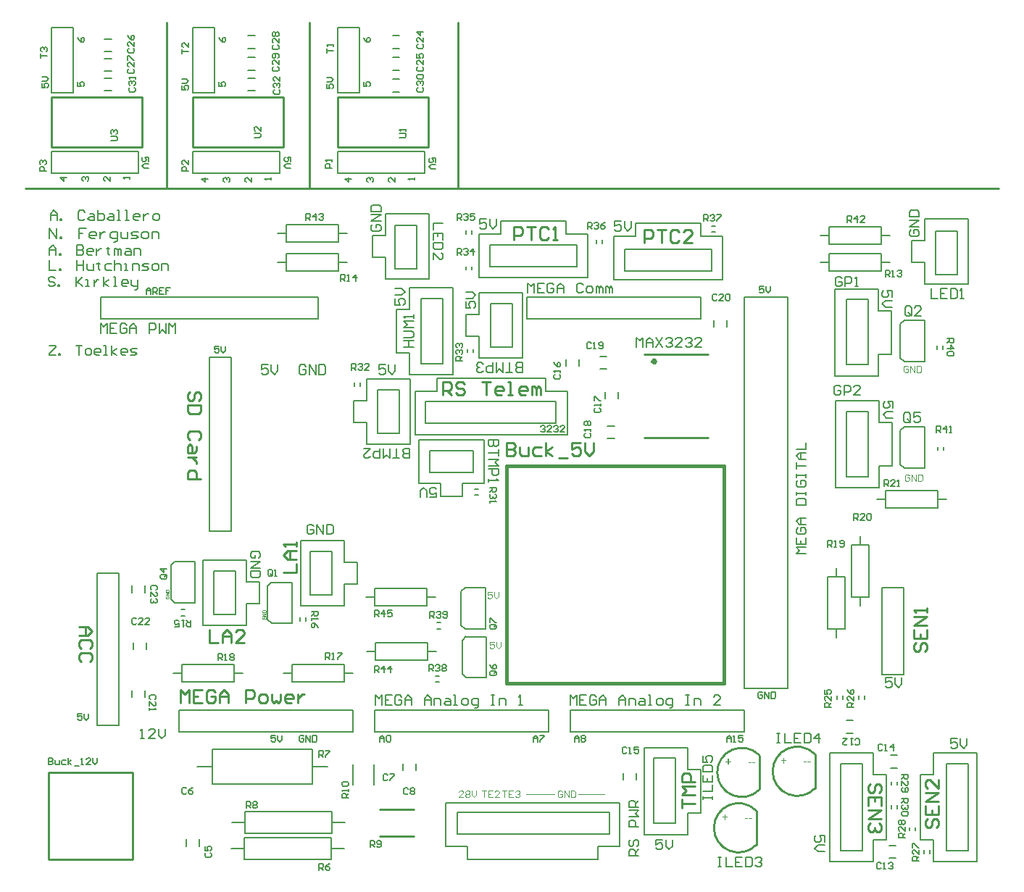
<source format=gto>
G04 Layer_Color=65535*
%FSLAX25Y25*%
%MOIN*%
G70*
G01*
G75*
%ADD23C,0.01000*%
%ADD38C,0.01500*%
%ADD39C,0.00787*%
%ADD40C,0.00500*%
%ADD41C,0.00300*%
%ADD42C,0.00750*%
%ADD43C,0.00400*%
%ADD44C,0.00700*%
G36*
X434220Y129654D02*
X432760D01*
Y130126D01*
X434220D01*
Y129654D01*
D02*
G37*
G36*
X448987Y156615D02*
X450031D01*
Y156176D01*
X448987D01*
Y155122D01*
X448543D01*
Y156176D01*
X447500D01*
Y156615D01*
X448543D01*
Y157658D01*
X448987D01*
Y156615D01*
D02*
G37*
G36*
X421987Y130615D02*
X423031D01*
Y130176D01*
X421987D01*
Y129122D01*
X421543D01*
Y130176D01*
X420500D01*
Y130615D01*
X421543D01*
Y131658D01*
X421987D01*
Y130615D01*
D02*
G37*
G36*
X432433Y129654D02*
X430973D01*
Y130126D01*
X432433D01*
Y129654D01*
D02*
G37*
G36*
X459433Y155654D02*
X457973D01*
Y156126D01*
X459433D01*
Y155654D01*
D02*
G37*
G36*
X433932Y155154D02*
X432473D01*
Y155626D01*
X433932D01*
Y155154D01*
D02*
G37*
G36*
X435720D02*
X434260D01*
Y155626D01*
X435720D01*
Y155154D01*
D02*
G37*
G36*
X461220Y155654D02*
X459760D01*
Y156126D01*
X461220D01*
Y155654D01*
D02*
G37*
G36*
X423487Y156115D02*
X424531D01*
Y155676D01*
X423487D01*
Y154622D01*
X423043D01*
Y155676D01*
X422000D01*
Y156115D01*
X423043D01*
Y157158D01*
X423487D01*
Y156115D01*
D02*
G37*
D23*
X437500Y159000D02*
G03*
X437754Y143262I-8000J-8000D01*
G01*
X463000Y159500D02*
G03*
X463254Y143762I-8000J-8000D01*
G01*
X436000Y133500D02*
G03*
X436254Y117762I-8000J-8000D01*
G01*
X110460Y111000D02*
X149260D01*
Y151000D01*
X110460D02*
X149260D01*
X110460Y111000D02*
Y151000D01*
X384500Y305000D02*
X414000D01*
X384500Y343259D02*
X414000Y343260D01*
X263000Y121500D02*
X278500D01*
X263000Y134000D02*
X278500D01*
X437754Y143262D02*
Y158762D01*
X463254Y143762D02*
Y159262D01*
X436254Y117762D02*
Y133262D01*
X112000Y438500D02*
Y461500D01*
X153500D01*
Y438500D02*
Y461500D01*
X112000Y438500D02*
X153500D01*
X100000Y419500D02*
X547500D01*
X165000D02*
Y496000D01*
X177000Y438500D02*
Y461500D01*
X218500D01*
Y438500D02*
Y461500D01*
X177000Y438500D02*
X218500D01*
X230500Y419500D02*
Y496000D01*
X243717Y438500D02*
Y461500D01*
X285216D01*
Y438500D02*
Y461500D01*
X243717Y438500D02*
X285216D01*
X299000Y419500D02*
Y496000D01*
X124500Y218000D02*
X128499D01*
X130498Y216001D01*
X128499Y214001D01*
X124500D01*
X127499D01*
Y218000D01*
X129498Y208003D02*
X130498Y209003D01*
Y211002D01*
X129498Y212002D01*
X125500D01*
X124500Y211002D01*
Y209003D01*
X125500Y208003D01*
X129498Y202005D02*
X130498Y203005D01*
Y205004D01*
X129498Y206004D01*
X125500D01*
X124500Y205004D01*
Y203005D01*
X125500Y202005D01*
X321443Y302798D02*
Y296800D01*
X324442D01*
X325441Y297800D01*
Y298799D01*
X324442Y299799D01*
X321443D01*
X324442D01*
X325441Y300799D01*
Y301798D01*
X324442Y302798D01*
X321443D01*
X327441Y300799D02*
Y297800D01*
X328440Y296800D01*
X331439D01*
Y300799D01*
X337437D02*
X334438D01*
X333439Y299799D01*
Y297800D01*
X334438Y296800D01*
X337437D01*
X339437D02*
Y302798D01*
Y298799D02*
X342436Y300799D01*
X339437Y298799D02*
X342436Y296800D01*
X345435Y295800D02*
X349433D01*
X355432Y302798D02*
X351433D01*
Y299799D01*
X353432Y300799D01*
X354432D01*
X355432Y299799D01*
Y297800D01*
X354432Y296800D01*
X352432D01*
X351433Y297800D01*
X357431Y302798D02*
Y298799D01*
X359430Y296800D01*
X361430Y298799D01*
Y302798D01*
X218502Y243000D02*
X224500D01*
Y246999D01*
Y248998D02*
X220501D01*
X218502Y250997D01*
X220501Y252997D01*
X224500D01*
X221501D01*
Y248998D01*
X224500Y254996D02*
Y256996D01*
Y255996D01*
X218502D01*
X219502Y254996D01*
X184500Y216498D02*
Y210500D01*
X188499D01*
X190498D02*
Y214499D01*
X192497Y216498D01*
X194497Y214499D01*
Y210500D01*
Y213499D01*
X190498D01*
X200495Y210500D02*
X196496D01*
X200495Y214499D01*
Y215498D01*
X199495Y216498D01*
X197496D01*
X196496Y215498D01*
X384500Y394500D02*
Y400498D01*
X387499D01*
X388499Y399498D01*
Y397499D01*
X387499Y396499D01*
X384500D01*
X390498Y400498D02*
X394497D01*
X392497D01*
Y394500D01*
X400495Y399498D02*
X399495Y400498D01*
X397496D01*
X396496Y399498D01*
Y395500D01*
X397496Y394500D01*
X399495D01*
X400495Y395500D01*
X406493Y394500D02*
X402494D01*
X406493Y398499D01*
Y399498D01*
X405493Y400498D01*
X403494D01*
X402494Y399498D01*
X292000Y324500D02*
Y330498D01*
X294999D01*
X295999Y329498D01*
Y327499D01*
X294999Y326499D01*
X292000D01*
X293999D02*
X295999Y324500D01*
X301997Y329498D02*
X300997Y330498D01*
X298998D01*
X297998Y329498D01*
Y328499D01*
X298998Y327499D01*
X300997D01*
X301997Y326499D01*
Y325500D01*
X300997Y324500D01*
X298998D01*
X297998Y325500D01*
X309994Y330498D02*
X313993D01*
X311994D01*
Y324500D01*
X318991D02*
X316992D01*
X315992Y325500D01*
Y327499D01*
X316992Y328499D01*
X318991D01*
X319991Y327499D01*
Y326499D01*
X315992D01*
X321990Y324500D02*
X323990D01*
X322990D01*
Y330498D01*
X321990D01*
X329988Y324500D02*
X327988D01*
X326989Y325500D01*
Y327499D01*
X327988Y328499D01*
X329988D01*
X330987Y327499D01*
Y326499D01*
X326989D01*
X332987Y324500D02*
Y328499D01*
X333986D01*
X334986Y327499D01*
Y324500D01*
Y327499D01*
X335986Y328499D01*
X336985Y327499D01*
Y324500D01*
X179498Y322001D02*
X180498Y323001D01*
Y325000D01*
X179498Y326000D01*
X178499D01*
X177499Y325000D01*
Y323001D01*
X176499Y322001D01*
X175500D01*
X174500Y323001D01*
Y325000D01*
X175500Y326000D01*
X180498Y320002D02*
X174500D01*
Y317003D01*
X175500Y316003D01*
X179498D01*
X180498Y317003D01*
Y320002D01*
X179498Y304007D02*
X180498Y305007D01*
Y307006D01*
X179498Y308006D01*
X175500D01*
X174500Y307006D01*
Y305007D01*
X175500Y304007D01*
X178499Y301008D02*
Y299009D01*
X177499Y298009D01*
X174500D01*
Y301008D01*
X175500Y302008D01*
X176499Y301008D01*
Y298009D01*
X178499Y296010D02*
X174500D01*
X176499D01*
X177499Y295010D01*
X178499Y294010D01*
Y293011D01*
X180498Y286013D02*
X174500D01*
Y289012D01*
X175500Y290012D01*
X177499D01*
X178499Y289012D01*
Y286013D01*
X509502Y210499D02*
X508502Y209499D01*
Y207500D01*
X509502Y206500D01*
X510501D01*
X511501Y207500D01*
Y209499D01*
X512501Y210499D01*
X513500D01*
X514500Y209499D01*
Y207500D01*
X513500Y206500D01*
X508502Y216497D02*
Y212498D01*
X514500D01*
Y216497D01*
X511501Y212498D02*
Y214497D01*
X514500Y218496D02*
X508502D01*
X514500Y222495D01*
X508502D01*
X514500Y224494D02*
Y226494D01*
Y225494D01*
X508502D01*
X509502Y224494D01*
X515002Y129499D02*
X514002Y128499D01*
Y126500D01*
X515002Y125500D01*
X516001D01*
X517001Y126500D01*
Y128499D01*
X518001Y129499D01*
X519000D01*
X520000Y128499D01*
Y126500D01*
X519000Y125500D01*
X514002Y135497D02*
Y131498D01*
X520000D01*
Y135497D01*
X517001Y131498D02*
Y133497D01*
X520000Y137496D02*
X514002D01*
X520000Y141495D01*
X514002D01*
X520000Y147493D02*
Y143494D01*
X516001Y147493D01*
X515002D01*
X514002Y146493D01*
Y144494D01*
X515002Y143494D01*
X492498Y141501D02*
X493498Y142501D01*
Y144500D01*
X492498Y145500D01*
X491499D01*
X490499Y144500D01*
Y142501D01*
X489499Y141501D01*
X488500D01*
X487500Y142501D01*
Y144500D01*
X488500Y145500D01*
X493498Y135503D02*
Y139502D01*
X487500D01*
Y135503D01*
X490499Y139502D02*
Y137503D01*
X487500Y133504D02*
X493498D01*
X487500Y129505D01*
X493498D01*
X492498Y127506D02*
X493498Y126506D01*
Y124507D01*
X492498Y123507D01*
X491499D01*
X490499Y124507D01*
Y125506D01*
Y124507D01*
X489499Y123507D01*
X488500D01*
X487500Y124507D01*
Y126506D01*
X488500Y127506D01*
X402002Y134500D02*
Y138499D01*
Y136499D01*
X408000D01*
Y140498D02*
X402002D01*
X404001Y142497D01*
X402002Y144497D01*
X408000D01*
Y146496D02*
X402002D01*
Y149495D01*
X403002Y150495D01*
X405001D01*
X406001Y149495D01*
Y146496D01*
X171200Y183100D02*
Y189098D01*
X173199Y187099D01*
X175199Y189098D01*
Y183100D01*
X181197Y189098D02*
X177198D01*
Y183100D01*
X181197D01*
X177198Y186099D02*
X179197D01*
X187195Y188098D02*
X186195Y189098D01*
X184196D01*
X183196Y188098D01*
Y184100D01*
X184196Y183100D01*
X186195D01*
X187195Y184100D01*
Y186099D01*
X185196D01*
X189194Y183100D02*
Y187099D01*
X191193Y189098D01*
X193193Y187099D01*
Y183100D01*
Y186099D01*
X189194D01*
X201190Y183100D02*
Y189098D01*
X204189D01*
X205189Y188098D01*
Y186099D01*
X204189Y185099D01*
X201190D01*
X208188Y183100D02*
X210187D01*
X211187Y184100D01*
Y186099D01*
X210187Y187099D01*
X208188D01*
X207188Y186099D01*
Y184100D01*
X208188Y183100D01*
X213186Y187099D02*
Y184100D01*
X214186Y183100D01*
X215186Y184100D01*
X216185Y183100D01*
X217185Y184100D01*
Y187099D01*
X222183Y183100D02*
X220184D01*
X219184Y184100D01*
Y186099D01*
X220184Y187099D01*
X222183D01*
X223183Y186099D01*
Y185099D01*
X219184D01*
X225183Y187099D02*
Y183100D01*
Y185099D01*
X226182Y186099D01*
X227182Y187099D01*
X228182D01*
X324500Y396000D02*
Y401998D01*
X327499D01*
X328499Y400998D01*
Y398999D01*
X327499Y397999D01*
X324500D01*
X330498Y401998D02*
X334497D01*
X332497D01*
Y396000D01*
X340495Y400998D02*
X339495Y401998D01*
X337496D01*
X336496Y400998D01*
Y397000D01*
X337496Y396000D01*
X339495D01*
X340495Y397000D01*
X342494Y396000D02*
X344494D01*
X343494D01*
Y401998D01*
X342494Y400998D01*
D38*
X389707Y340000D02*
G03*
X389707Y340000I-707J0D01*
G01*
X321158Y292039D02*
X421158D01*
X321158Y192000D02*
Y292039D01*
Y192039D02*
X421158D01*
Y292039D01*
D39*
X368500Y122500D02*
Y132500D01*
X298500Y122500D02*
X368500D01*
X298500D02*
Y132500D01*
X368500D01*
X168000Y196500D02*
X172000D01*
X196000D02*
X200000D01*
X172000Y200500D02*
X196000D01*
X172000Y192500D02*
Y200500D01*
Y192500D02*
X196000D01*
Y200500D01*
X246500Y196500D02*
X250500D01*
X218500D02*
X222500D01*
Y192500D02*
X246500D01*
Y200500D01*
X222500D02*
X246500D01*
X222500Y192500D02*
Y200500D01*
X171713Y223122D02*
X173287D01*
X171713Y225878D02*
X173287D01*
X231000Y232500D02*
Y252500D01*
Y232500D02*
X241000D01*
Y252500D01*
X231000D02*
X241000D01*
X186500Y223500D02*
Y243500D01*
Y223500D02*
X196500D01*
Y243500D01*
X186500D02*
X196500D01*
X228878Y220760D02*
Y222335D01*
X226122Y220760D02*
Y222335D01*
X375047Y147610D02*
Y150760D01*
X380953Y147610D02*
Y150760D01*
X473000Y241000D02*
Y245000D01*
Y213000D02*
Y217000D01*
X477000D02*
Y241000D01*
X469000D02*
X477000D01*
X469000Y217000D02*
Y241000D01*
Y217000D02*
X477000D01*
X222551Y219551D02*
Y238449D01*
X211449Y221244D02*
Y236756D01*
X213181Y219551D02*
X222551D01*
X213181Y238449D02*
X222551D01*
X211449Y236756D02*
X213181Y238488D01*
X211449Y221244D02*
X213181Y219512D01*
X364240Y336547D02*
X367390D01*
X364240Y342453D02*
X367390D01*
X422453Y355925D02*
Y359075D01*
X416547Y355925D02*
Y359075D01*
X430642Y189702D02*
X450642D01*
X430642Y369702D02*
X450642D01*
Y189702D02*
Y369702D01*
X430642Y189702D02*
Y369702D01*
X234642Y359702D02*
Y369702D01*
X134642Y359702D02*
X234642D01*
X134642D02*
Y369702D01*
X142142D01*
X234642D01*
X330642D02*
X410642D01*
X330642Y359702D02*
Y369702D01*
Y359702D02*
X410642D01*
Y369702D01*
X260642Y179702D02*
X340642D01*
X260642Y169702D02*
Y179702D01*
Y169702D02*
X340642D01*
Y179702D01*
X350642D02*
X430642D01*
X350642Y169702D02*
Y179702D01*
Y169702D02*
X430642D01*
Y179702D01*
X194500Y262000D02*
Y342000D01*
X184500D02*
X194500D01*
X184500Y262000D02*
Y342000D01*
Y262000D02*
X194500D01*
X133000Y242500D02*
X143000D01*
Y172500D02*
Y242500D01*
X133000Y172500D02*
X143000D01*
X133000D02*
Y242500D01*
X170642Y179702D02*
X250642D01*
X170642Y169702D02*
Y179702D01*
Y169702D02*
X250642D01*
Y179702D01*
X494000Y236000D02*
X504000D01*
Y196000D02*
Y236000D01*
X494000Y196000D02*
Y236000D01*
Y196000D02*
X504000D01*
X174047Y117110D02*
Y120260D01*
X179953Y117110D02*
Y120260D01*
X240500Y116000D02*
X246500D01*
X194500D02*
X200500D01*
Y111000D02*
Y121000D01*
Y111000D02*
X240500D01*
Y121000D01*
X200500D02*
X240500D01*
X241000Y128000D02*
X247000D01*
X195000D02*
X201000D01*
Y123000D02*
Y133000D01*
Y123000D02*
X241000D01*
Y133000D01*
X201000D02*
X241000D01*
X186000Y145500D02*
X232000D01*
X186000D02*
Y161500D01*
X232000D01*
Y145500D02*
Y161500D01*
Y153500D02*
X239000D01*
X179000D02*
X186000D01*
X260224Y145276D02*
Y154724D01*
X250776Y145276D02*
Y154724D01*
X279453Y151925D02*
Y155075D01*
X273547Y151925D02*
Y155075D01*
X311551Y217051D02*
Y235949D01*
X300449Y218744D02*
Y234256D01*
X302181Y217051D02*
X311551D01*
X302181Y235949D02*
X311551D01*
X300449Y234256D02*
X302181Y235988D01*
X300449Y218744D02*
X302181Y217012D01*
X312051Y194551D02*
Y213449D01*
X300949Y196244D02*
Y211756D01*
X302681Y194551D02*
X312051D01*
X302681Y213449D02*
X312051D01*
X300949Y211756D02*
X302681Y213488D01*
X300949Y196244D02*
X302681Y194512D01*
X284500Y231500D02*
X288500D01*
X256500D02*
X260500D01*
Y227500D02*
X284500D01*
Y235500D01*
X260500D02*
X284500D01*
X260500Y227500D02*
Y235500D01*
X289260Y217122D02*
X290835D01*
X289260Y219878D02*
X290835D01*
X288713Y192622D02*
X290287D01*
X288713Y195378D02*
X290287D01*
X285000Y206500D02*
X289000D01*
X257000D02*
X261000D01*
Y202500D02*
X285000D01*
Y210500D01*
X261000D02*
X285000D01*
X261000Y202500D02*
Y210500D01*
X473122Y184713D02*
Y186287D01*
X475878Y184713D02*
Y186287D01*
X485878Y184713D02*
Y186287D01*
X483122Y184713D02*
Y186287D01*
X477610Y169047D02*
X480760D01*
X477610Y174953D02*
X480760D01*
X475000Y155000D02*
X485000D01*
Y115000D02*
Y155000D01*
X475000Y115000D02*
Y155000D01*
Y115000D02*
X485000D01*
X523500D02*
X533500D01*
X523500D02*
Y155000D01*
X533500Y115000D02*
Y155000D01*
X523500D02*
X533500D01*
X415500Y381500D02*
Y391500D01*
X375500Y381500D02*
X415500D01*
X375500Y391500D02*
X415500D01*
X375500Y381500D02*
Y391500D01*
X362622Y394260D02*
Y395835D01*
X365378Y394260D02*
Y395835D01*
X415665Y399622D02*
X417240D01*
X415665Y402378D02*
X417240D01*
X305378Y398760D02*
Y400335D01*
X302622Y398760D02*
Y400335D01*
Y382213D02*
Y383787D01*
X305378Y382213D02*
Y383787D01*
X515878Y113713D02*
Y115287D01*
X513122Y113713D02*
Y115287D01*
X509378Y124165D02*
Y125740D01*
X506622Y124165D02*
Y125740D01*
X497240Y117453D02*
X500390D01*
X497240Y111547D02*
X500390D01*
X500878Y134260D02*
Y135835D01*
X498122Y134260D02*
Y135835D01*
X500878Y145165D02*
Y146740D01*
X498122Y145165D02*
Y146740D01*
X497925Y153047D02*
X501075D01*
X497925Y158953D02*
X501075D01*
X178051Y229051D02*
Y247949D01*
X166949Y230744D02*
Y246256D01*
X168681Y229051D02*
X178051D01*
X168681Y247949D02*
X178051D01*
X166949Y246256D02*
X168681Y247988D01*
X166949Y230744D02*
X168681Y229012D01*
X149547Y207610D02*
Y210760D01*
X155453Y207610D02*
Y210760D01*
X149047Y185610D02*
Y188760D01*
X154953Y185610D02*
Y188760D01*
X149047Y233740D02*
Y236890D01*
X154953Y233740D02*
Y236890D01*
X389000Y127500D02*
X399000D01*
X389000D02*
Y157500D01*
X399000D01*
Y127500D02*
Y157500D01*
X284000Y321500D02*
X344000D01*
X284000Y311500D02*
X344000D01*
Y321500D01*
X284000Y311500D02*
Y321500D01*
X282000Y339000D02*
X292000D01*
X282000D02*
Y369000D01*
X292000D01*
Y339000D02*
Y369000D01*
X324000Y346500D02*
Y366500D01*
X314000D02*
X324000D01*
X314000Y346500D02*
Y366500D01*
Y346500D02*
X324000D01*
X286000Y299000D02*
X306000D01*
X286000Y289000D02*
Y299000D01*
Y289000D02*
X306000D01*
Y299000D01*
X272000Y307000D02*
Y327000D01*
X262000D02*
X272000D01*
X262000Y307000D02*
Y327000D01*
Y307000D02*
X272000D01*
X306760Y281378D02*
X308335D01*
X306760Y278622D02*
X308335D01*
X305878Y344165D02*
Y345740D01*
X303122Y344165D02*
Y345740D01*
X251122Y328713D02*
Y330287D01*
X253878Y328713D02*
Y330287D01*
X354453Y337925D02*
Y341075D01*
X348547Y337925D02*
Y341075D01*
X372453Y322925D02*
Y326075D01*
X366547Y322925D02*
Y326075D01*
X367740Y310453D02*
X370890D01*
X367740Y304547D02*
X370890D01*
X353500Y383500D02*
Y393500D01*
X313500Y383500D02*
X353500D01*
X313500Y393500D02*
X353500D01*
X313500Y383500D02*
Y393500D01*
X477500Y368500D02*
X487500D01*
Y338500D02*
Y368500D01*
X477500Y338500D02*
X487500D01*
X477500D02*
Y368500D01*
X521878Y345713D02*
Y347287D01*
X519122Y345713D02*
Y347287D01*
X513551Y340051D02*
Y358949D01*
X502449Y341744D02*
Y357256D01*
X504181Y340051D02*
X513551D01*
X504181Y358949D02*
X513551D01*
X502449Y357256D02*
X504181Y358988D01*
X502449Y341744D02*
X504181Y340012D01*
X522378Y299213D02*
Y300787D01*
X519622Y299213D02*
Y300787D01*
X513551Y291051D02*
Y309949D01*
X502449Y292744D02*
Y308256D01*
X504181Y291051D02*
X513551D01*
X504181Y309949D02*
X513551D01*
X502449Y308256D02*
X504181Y309988D01*
X502449Y292744D02*
X504181Y291012D01*
X477500Y317000D02*
X487500D01*
Y287000D02*
Y317000D01*
X477500Y287000D02*
X487500D01*
X477500D02*
Y317000D01*
X493500Y398000D02*
X497500D01*
X465500D02*
X469500D01*
Y394000D02*
X493500D01*
Y402000D01*
X469500D02*
X493500D01*
X469500Y394000D02*
Y402000D01*
X465500Y385500D02*
X469500D01*
X493500D02*
X497500D01*
X469500Y389500D02*
X493500D01*
X469500Y381500D02*
Y389500D01*
Y381500D02*
X493500D01*
Y389500D01*
X518500Y380000D02*
Y400000D01*
Y380000D02*
X528500D01*
Y400000D01*
X518500D02*
X528500D01*
X216000Y385500D02*
X220000D01*
X244000D02*
X248000D01*
X220000Y389500D02*
X244000D01*
X220000Y381500D02*
Y389500D01*
Y381500D02*
X244000D01*
Y389500D01*
X216000Y399000D02*
X220000D01*
X244000D02*
X248000D01*
X220000Y403000D02*
X244000D01*
X220000Y395000D02*
Y403000D01*
Y395000D02*
X244000D01*
Y403000D01*
X270000Y382500D02*
Y402500D01*
Y382500D02*
X280000D01*
Y402500D01*
X270000D02*
X280000D01*
X491500Y276500D02*
X495500D01*
X519500D02*
X523500D01*
X495500Y280500D02*
X519500D01*
X495500Y272500D02*
Y280500D01*
Y272500D02*
X519500D01*
Y280500D01*
X484000Y255500D02*
Y259500D01*
Y227500D02*
Y231500D01*
X488000D02*
Y255500D01*
X480000D02*
X488000D01*
X480000Y231500D02*
Y255500D01*
Y231500D02*
X488000D01*
X112000Y426500D02*
Y436500D01*
X152000D01*
X112000Y426500D02*
X152000D01*
Y436500D01*
X136425Y464547D02*
X139575D01*
X136425Y470453D02*
X139575D01*
X136425Y473547D02*
X139575D01*
X136425Y479453D02*
X139575D01*
X136425Y488453D02*
X139575D01*
X136425Y482547D02*
X139575D01*
X112000Y463500D02*
X122000D01*
X112000D02*
Y493500D01*
X122000D01*
Y463500D02*
Y493500D01*
X177000Y426500D02*
Y436500D01*
X217000D01*
X177000Y426500D02*
X217000D01*
Y436500D01*
X177000Y463500D02*
X187000D01*
X177000D02*
Y493500D01*
X187000D01*
Y463500D02*
Y493500D01*
X202425Y464547D02*
X205575D01*
X202425Y470453D02*
X205575D01*
X202425Y474047D02*
X205575D01*
X202425Y479953D02*
X205575D01*
X202425Y489953D02*
X205575D01*
X202425Y484047D02*
X205575D01*
X243500Y426500D02*
Y436500D01*
X283500D01*
X243500Y426500D02*
X283500D01*
Y436500D01*
X243500Y463500D02*
X253500D01*
X243500D02*
Y493500D01*
X253500D01*
Y463500D02*
Y493500D01*
X268925Y464047D02*
X272075D01*
X268925Y469953D02*
X272075D01*
X268925Y474047D02*
X272075D01*
X268925Y479953D02*
X272075D01*
X268925Y489953D02*
X272075D01*
X268925Y484047D02*
X272075D01*
D40*
X363298Y111142D02*
Y117142D01*
X373298D01*
Y137142D01*
X293298Y117142D02*
Y137142D01*
Y117142D02*
X303298D01*
Y111142D02*
Y117142D01*
Y111142D02*
X363298D01*
X293298Y137142D02*
X373298D01*
X226534Y227508D02*
Y257508D01*
X246534D01*
Y247508D02*
Y257508D01*
Y247508D02*
X252534D01*
Y237508D02*
Y247508D01*
X246534Y237508D02*
X252534D01*
X246534Y227508D02*
Y237508D01*
X226534Y227508D02*
X246534D01*
X181500Y218500D02*
Y248500D01*
X201500D01*
Y238500D02*
Y248500D01*
Y238500D02*
X207500D01*
Y228500D02*
Y238500D01*
X201500Y228500D02*
X207500D01*
X201500Y218500D02*
Y228500D01*
X181500Y218500D02*
X201500D01*
X308500Y398500D02*
X318500D01*
Y404500D01*
X308500Y378500D02*
Y398500D01*
Y378500D02*
X358500D01*
X318500Y404500D02*
X348500D01*
Y398500D02*
Y404500D01*
Y398500D02*
X358500D01*
Y378500D02*
Y398500D01*
X470000Y110000D02*
X490000D01*
Y120000D01*
X496000D01*
Y150000D01*
X470000Y110000D02*
Y160000D01*
X490000D01*
Y150000D02*
X496000D01*
X490000D02*
Y160000D01*
X420500Y377500D02*
Y397500D01*
X410500D02*
X420500D01*
X410500D02*
Y403500D01*
X380500D02*
X410500D01*
X370500Y377500D02*
X420500D01*
X370500D02*
Y397500D01*
X380500D02*
Y403500D01*
X370500Y397500D02*
X380500D01*
X517500Y160000D02*
X537500D01*
X517500Y150000D02*
Y160000D01*
X511500Y150000D02*
X517500D01*
X511500Y120000D02*
Y150000D01*
X537500Y110000D02*
Y160000D01*
X517500Y110000D02*
X537500D01*
X511500Y120000D02*
X517500D01*
Y110000D02*
Y120000D01*
X384623Y122338D02*
X404623D01*
Y132338D01*
X410623D01*
Y152338D01*
X404623D02*
Y162338D01*
X384623D02*
X404623D01*
X384623Y122338D02*
Y162338D01*
X404623Y152338D02*
X410623D01*
X349274Y306309D02*
Y326309D01*
X339274D02*
X349274D01*
X339274D02*
Y332309D01*
X289274D02*
X339274D01*
X289274Y326309D02*
Y332309D01*
X279274Y326309D02*
X289274D01*
X279274Y306309D02*
Y326309D01*
Y306309D02*
X349274D01*
X276500Y374000D02*
X296500D01*
X276500Y364000D02*
Y374000D01*
X270500Y364000D02*
X276500D01*
X270500Y344000D02*
Y364000D01*
X276500Y334000D02*
Y344000D01*
Y334000D02*
X296500D01*
Y374000D01*
X270500Y344000D02*
X276500D01*
X308466Y371492D02*
X328466D01*
X308466Y361492D02*
Y371492D01*
X302466Y361492D02*
X308466D01*
X302466Y351492D02*
Y361492D01*
Y351492D02*
X308466D01*
Y341492D02*
Y351492D01*
Y341492D02*
X328466D01*
Y371492D01*
X281008Y303966D02*
X311008D01*
Y283966D02*
Y303966D01*
X301008Y283966D02*
X311008D01*
X301008Y277966D02*
Y283966D01*
X291008Y277966D02*
X301008D01*
X291008D02*
Y283966D01*
X281008D02*
X291008D01*
X281008D02*
Y303966D01*
X277000Y302000D02*
Y332000D01*
X257000Y302000D02*
X277000D01*
X257000D02*
Y312000D01*
X251000D02*
X257000D01*
X251000D02*
Y322000D01*
X257000D01*
Y332000D01*
X277000D01*
X492123Y363338D02*
X498123D01*
X472123Y333338D02*
Y373338D01*
X492123D01*
Y363338D02*
Y373338D01*
X498123Y343338D02*
Y363338D01*
X492123Y343338D02*
X498123D01*
X492123Y333338D02*
Y343338D01*
X472123Y333338D02*
X492123D01*
X492500Y312000D02*
X498500D01*
X472500Y282000D02*
Y322000D01*
X492500D01*
Y312000D02*
Y322000D01*
X498500Y292000D02*
Y312000D01*
X492500Y292000D02*
X498500D01*
X492500Y282000D02*
Y292000D01*
X472500Y282000D02*
X492500D01*
X513500Y405500D02*
X533500D01*
X513500Y395500D02*
Y405500D01*
X507500Y395500D02*
X513500D01*
X507500Y385500D02*
Y395500D01*
Y385500D02*
X513500D01*
Y375500D02*
Y385500D01*
Y375500D02*
X533500D01*
Y405500D01*
X265500Y408000D02*
X285500D01*
X265500Y398000D02*
Y408000D01*
X259500Y398000D02*
X265500D01*
X259500Y388000D02*
Y398000D01*
Y388000D02*
X265500D01*
Y378000D02*
Y388000D01*
Y378000D02*
X285500D01*
Y408000D01*
X110500Y157499D02*
Y154500D01*
X111999D01*
X112499Y155000D01*
Y155500D01*
X111999Y156000D01*
X110500D01*
X111999D01*
X112499Y156499D01*
Y156999D01*
X111999Y157499D01*
X110500D01*
X113499Y156499D02*
Y155000D01*
X113999Y154500D01*
X115498D01*
Y156499D01*
X118497D02*
X116998D01*
X116498Y156000D01*
Y155000D01*
X116998Y154500D01*
X118497D01*
X119497D02*
Y157499D01*
Y155500D02*
X120997Y156499D01*
X119497Y155500D02*
X120997Y154500D01*
X122496Y154000D02*
X124495D01*
X125495Y154500D02*
X126495D01*
X125995D01*
Y157499D01*
X125495Y156999D01*
X129994Y154500D02*
X127994D01*
X129994Y156499D01*
Y156999D01*
X129494Y157499D01*
X128494D01*
X127994Y156999D01*
X130993Y157499D02*
Y155500D01*
X131993Y154500D01*
X132993Y155500D01*
Y157499D01*
X183001Y113999D02*
X182501Y113499D01*
Y112500D01*
X183001Y112000D01*
X185000D01*
X185500Y112500D01*
Y113499D01*
X185000Y113999D01*
X182501Y116998D02*
Y114999D01*
X184001D01*
X183501Y115999D01*
Y116499D01*
X184001Y116998D01*
X185000D01*
X185500Y116499D01*
Y115499D01*
X185000Y114999D01*
X173987Y143499D02*
X173488Y143999D01*
X172488D01*
X171988Y143499D01*
Y141500D01*
X172488Y141000D01*
X173488D01*
X173987Y141500D01*
X176987Y143999D02*
X175987Y143499D01*
X174987Y142499D01*
Y141500D01*
X175487Y141000D01*
X176487D01*
X176987Y141500D01*
Y142000D01*
X176487Y142499D01*
X174987D01*
X266499Y149755D02*
X266000Y150255D01*
X265000D01*
X264500Y149755D01*
Y147756D01*
X265000Y147256D01*
X266000D01*
X266499Y147756D01*
X267499Y150255D02*
X269498D01*
Y149755D01*
X267499Y147756D01*
Y147256D01*
X275999Y143314D02*
X275500Y143814D01*
X274500D01*
X274000Y143314D01*
Y141315D01*
X274500Y140815D01*
X275500D01*
X275999Y141315D01*
X276999Y143314D02*
X277499Y143814D01*
X278499D01*
X278998Y143314D01*
Y142814D01*
X278499Y142315D01*
X278998Y141815D01*
Y141315D01*
X278499Y140815D01*
X277499D01*
X276999Y141315D01*
Y141815D01*
X277499Y142315D01*
X276999Y142814D01*
Y143314D01*
X277499Y142315D02*
X278499D01*
X481501Y164001D02*
X482000Y163501D01*
X483000D01*
X483500Y164001D01*
Y166000D01*
X483000Y166500D01*
X482000D01*
X481501Y166000D01*
X480501Y166500D02*
X479501D01*
X480001D01*
Y163501D01*
X480501Y164001D01*
X476002Y166500D02*
X478002D01*
X476002Y164501D01*
Y164001D01*
X476502Y163501D01*
X477502D01*
X478002Y164001D01*
X493499Y108999D02*
X493000Y109499D01*
X492000D01*
X491500Y108999D01*
Y107000D01*
X492000Y106500D01*
X493000D01*
X493499Y107000D01*
X494499Y106500D02*
X495499D01*
X494999D01*
Y109499D01*
X494499Y108999D01*
X496998D02*
X497498Y109499D01*
X498498D01*
X498998Y108999D01*
Y108499D01*
X498498Y108000D01*
X497998D01*
X498498D01*
X498998Y107500D01*
Y107000D01*
X498498Y106500D01*
X497498D01*
X496998Y107000D01*
X494184Y163499D02*
X493685Y163999D01*
X492685D01*
X492185Y163499D01*
Y161500D01*
X492685Y161000D01*
X493685D01*
X494184Y161500D01*
X495184Y161000D02*
X496184D01*
X495684D01*
Y163999D01*
X495184Y163499D01*
X499183Y161000D02*
Y163999D01*
X497683Y162499D01*
X499683D01*
X376599Y162299D02*
X376099Y162799D01*
X375100D01*
X374600Y162299D01*
Y160300D01*
X375100Y159800D01*
X376099D01*
X376599Y160300D01*
X377599Y159800D02*
X378599D01*
X378099D01*
Y162799D01*
X377599Y162299D01*
X382098Y162799D02*
X380098D01*
Y161300D01*
X381098Y161799D01*
X381598D01*
X382098Y161300D01*
Y160300D01*
X381598Y159800D01*
X380598D01*
X380098Y160300D01*
X343501Y333999D02*
X343001Y333500D01*
Y332500D01*
X343501Y332000D01*
X345500D01*
X346000Y332500D01*
Y333500D01*
X345500Y333999D01*
X346000Y334999D02*
Y335999D01*
Y335499D01*
X343001D01*
X343501Y334999D01*
X343001Y339498D02*
X343501Y338498D01*
X344500Y337498D01*
X345500D01*
X346000Y337998D01*
Y338998D01*
X345500Y339498D01*
X345000D01*
X344500Y338998D01*
Y337498D01*
X362001Y318499D02*
X361501Y318000D01*
Y317000D01*
X362001Y316500D01*
X364000D01*
X364500Y317000D01*
Y318000D01*
X364000Y318499D01*
X364500Y319499D02*
Y320499D01*
Y319999D01*
X361501D01*
X362001Y319499D01*
X361501Y321998D02*
Y323998D01*
X362001D01*
X364000Y321998D01*
X364500D01*
X357501Y306999D02*
X357001Y306500D01*
Y305500D01*
X357501Y305000D01*
X359500D01*
X360000Y305500D01*
Y306500D01*
X359500Y306999D01*
X360000Y307999D02*
Y308999D01*
Y308499D01*
X357001D01*
X357501Y307999D01*
Y310498D02*
X357001Y310998D01*
Y311998D01*
X357501Y312498D01*
X358001D01*
X358501Y311998D01*
X359000Y312498D01*
X359500D01*
X360000Y311998D01*
Y310998D01*
X359500Y310498D01*
X359000D01*
X358501Y310998D01*
X358001Y310498D01*
X357501D01*
X358501Y310998D02*
Y311998D01*
X360214Y348399D02*
X359715Y348899D01*
X358715D01*
X358215Y348399D01*
Y346400D01*
X358715Y345900D01*
X359715D01*
X360214Y346400D01*
X361214Y345900D02*
X362214D01*
X361714D01*
Y348899D01*
X361214Y348399D01*
X363713Y346400D02*
X364213Y345900D01*
X365213D01*
X365712Y346400D01*
Y348399D01*
X365213Y348899D01*
X364213D01*
X363713Y348399D01*
Y347899D01*
X364213Y347399D01*
X365712D01*
X418099Y370599D02*
X417599Y371099D01*
X416600D01*
X416100Y370599D01*
Y368600D01*
X416600Y368100D01*
X417599D01*
X418099Y368600D01*
X421098Y368100D02*
X419099D01*
X421098Y370099D01*
Y370599D01*
X420599Y371099D01*
X419599D01*
X419099Y370599D01*
X422098D02*
X422598Y371099D01*
X423598D01*
X424097Y370599D01*
Y368600D01*
X423598Y368100D01*
X422598D01*
X422098Y368600D01*
Y370599D01*
X159499Y184501D02*
X159999Y185001D01*
Y186000D01*
X159499Y186500D01*
X157500D01*
X157000Y186000D01*
Y185001D01*
X157500Y184501D01*
X157000Y181502D02*
Y183501D01*
X158999Y181502D01*
X159499D01*
X159999Y182001D01*
Y183001D01*
X159499Y183501D01*
X157000Y180502D02*
Y179502D01*
Y180002D01*
X159999D01*
X159499Y180502D01*
X150999Y221499D02*
X150499Y221999D01*
X149500D01*
X149000Y221499D01*
Y219500D01*
X149500Y219000D01*
X150499D01*
X150999Y219500D01*
X153998Y219000D02*
X151999D01*
X153998Y220999D01*
Y221499D01*
X153499Y221999D01*
X152499D01*
X151999Y221499D01*
X156997Y219000D02*
X154998D01*
X156997Y220999D01*
Y221499D01*
X156498Y221999D01*
X155498D01*
X154998Y221499D01*
X159999Y234816D02*
X160499Y235315D01*
Y236315D01*
X159999Y236815D01*
X158000D01*
X157500Y236315D01*
Y235315D01*
X158000Y234816D01*
X157500Y231817D02*
Y233816D01*
X159499Y231817D01*
X159999D01*
X160499Y232316D01*
Y233316D01*
X159999Y233816D01*
Y230817D02*
X160499Y230317D01*
Y229317D01*
X159999Y228818D01*
X159499D01*
X159000Y229317D01*
Y229817D01*
Y229317D01*
X158500Y228818D01*
X158000D01*
X157500Y229317D01*
Y230317D01*
X158000Y230817D01*
X280501Y485999D02*
X280001Y485499D01*
Y484500D01*
X280501Y484000D01*
X282500D01*
X283000Y484500D01*
Y485499D01*
X282500Y485999D01*
X283000Y488998D02*
Y486999D01*
X281001Y488998D01*
X280501D01*
X280001Y488498D01*
Y487499D01*
X280501Y486999D01*
X283000Y491498D02*
X280001D01*
X281501Y489998D01*
Y491997D01*
X280501Y475499D02*
X280001Y475000D01*
Y474000D01*
X280501Y473500D01*
X282500D01*
X283000Y474000D01*
Y475000D01*
X282500Y475499D01*
X283000Y478498D02*
Y476499D01*
X281001Y478498D01*
X280501D01*
X280001Y477998D01*
Y476999D01*
X280501Y476499D01*
X280001Y481497D02*
Y479498D01*
X281501D01*
X281001Y480498D01*
Y480998D01*
X281501Y481497D01*
X282500D01*
X283000Y480998D01*
Y479998D01*
X282500Y479498D01*
X147501Y483999D02*
X147001Y483499D01*
Y482500D01*
X147501Y482000D01*
X149500D01*
X150000Y482500D01*
Y483499D01*
X149500Y483999D01*
X150000Y486998D02*
Y484999D01*
X148001Y486998D01*
X147501D01*
X147001Y486498D01*
Y485499D01*
X147501Y484999D01*
X147001Y489997D02*
X147501Y488998D01*
X148501Y487998D01*
X149500D01*
X150000Y488498D01*
Y489498D01*
X149500Y489997D01*
X149000D01*
X148501Y489498D01*
Y487998D01*
X147501Y474499D02*
X147001Y474000D01*
Y473000D01*
X147501Y472500D01*
X149500D01*
X150000Y473000D01*
Y474000D01*
X149500Y474499D01*
X150000Y477498D02*
Y475499D01*
X148001Y477498D01*
X147501D01*
X147001Y476999D01*
Y475999D01*
X147501Y475499D01*
X147001Y478498D02*
Y480497D01*
X147501D01*
X149500Y478498D01*
X150000D01*
X214001Y485499D02*
X213501Y485000D01*
Y484000D01*
X214001Y483500D01*
X216000D01*
X216500Y484000D01*
Y485000D01*
X216000Y485499D01*
X216500Y488498D02*
Y486499D01*
X214501Y488498D01*
X214001D01*
X213501Y487998D01*
Y486999D01*
X214001Y486499D01*
Y489498D02*
X213501Y489998D01*
Y490998D01*
X214001Y491497D01*
X214501D01*
X215001Y490998D01*
X215500Y491497D01*
X216000D01*
X216500Y490998D01*
Y489998D01*
X216000Y489498D01*
X215500D01*
X215001Y489998D01*
X214501Y489498D01*
X214001D01*
X215001Y489998D02*
Y490998D01*
X214001Y475499D02*
X213501Y475000D01*
Y474000D01*
X214001Y473500D01*
X216000D01*
X216500Y474000D01*
Y475000D01*
X216000Y475499D01*
X216500Y478498D02*
Y476499D01*
X214501Y478498D01*
X214001D01*
X213501Y477998D01*
Y476999D01*
X214001Y476499D01*
X216000Y479498D02*
X216500Y479998D01*
Y480998D01*
X216000Y481497D01*
X214001D01*
X213501Y480998D01*
Y479998D01*
X214001Y479498D01*
X214501D01*
X215001Y479998D01*
Y481497D01*
X280501Y465999D02*
X280001Y465499D01*
Y464500D01*
X280501Y464000D01*
X282500D01*
X283000Y464500D01*
Y465499D01*
X282500Y465999D01*
X280501Y466999D02*
X280001Y467499D01*
Y468499D01*
X280501Y468998D01*
X281001D01*
X281501Y468499D01*
Y467999D01*
Y468499D01*
X282000Y468998D01*
X282500D01*
X283000Y468499D01*
Y467499D01*
X282500Y466999D01*
X280501Y469998D02*
X280001Y470498D01*
Y471498D01*
X280501Y471997D01*
X282500D01*
X283000Y471498D01*
Y470498D01*
X282500Y469998D01*
X280501D01*
X148001Y465999D02*
X147501Y465499D01*
Y464500D01*
X148001Y464000D01*
X150000D01*
X150500Y464500D01*
Y465499D01*
X150000Y465999D01*
X148001Y466999D02*
X147501Y467499D01*
Y468499D01*
X148001Y468998D01*
X148501D01*
X149001Y468499D01*
Y467999D01*
Y468499D01*
X149500Y468998D01*
X150000D01*
X150500Y468499D01*
Y467499D01*
X150000Y466999D01*
X150500Y469998D02*
Y470998D01*
Y470498D01*
X147501D01*
X148001Y469998D01*
X214501Y464999D02*
X214001Y464500D01*
Y463500D01*
X214501Y463000D01*
X216500D01*
X217000Y463500D01*
Y464500D01*
X216500Y464999D01*
X214501Y465999D02*
X214001Y466499D01*
Y467498D01*
X214501Y467998D01*
X215001D01*
X215500Y467498D01*
Y466999D01*
Y467498D01*
X216000Y467998D01*
X216500D01*
X217000Y467498D01*
Y466499D01*
X216500Y465999D01*
X217000Y470997D02*
Y468998D01*
X215001Y470997D01*
X214501D01*
X214001Y470498D01*
Y469498D01*
X214501Y468998D01*
X241000Y429000D02*
X238001D01*
Y430500D01*
X238501Y430999D01*
X239500D01*
X240000Y430500D01*
Y429000D01*
X241000Y431999D02*
Y432999D01*
Y432499D01*
X238001D01*
X238501Y431999D01*
X175000Y427500D02*
X172001D01*
Y429000D01*
X172501Y429499D01*
X173501D01*
X174000Y429000D01*
Y427500D01*
X175000Y432498D02*
Y430499D01*
X173001Y432498D01*
X172501D01*
X172001Y431998D01*
Y430999D01*
X172501Y430499D01*
X109500Y427500D02*
X106501D01*
Y429000D01*
X107001Y429499D01*
X108001D01*
X108500Y429000D01*
Y427500D01*
X107001Y430499D02*
X106501Y430999D01*
Y431998D01*
X107001Y432498D01*
X107501D01*
X108001Y431998D01*
Y431499D01*
Y431998D01*
X108500Y432498D01*
X109000D01*
X109500Y431998D01*
Y430999D01*
X109000Y430499D01*
X213599Y241900D02*
Y243899D01*
X213100Y244399D01*
X212100D01*
X211600Y243899D01*
Y241900D01*
X212100Y241400D01*
X213100D01*
X212600Y242400D02*
X213599Y241400D01*
X213100D02*
X213599Y241900D01*
X214599Y241400D02*
X215599D01*
X215099D01*
Y244399D01*
X214599Y243899D01*
X164500Y241999D02*
X162501D01*
X162001Y241499D01*
Y240500D01*
X162501Y240000D01*
X164500D01*
X165000Y240500D01*
Y241499D01*
X164000Y241000D02*
X165000Y241999D01*
Y241499D02*
X164500Y241999D01*
X165000Y244498D02*
X162001D01*
X163500Y242999D01*
Y244998D01*
X316000Y197499D02*
X314001D01*
X313501Y197000D01*
Y196000D01*
X314001Y195500D01*
X316000D01*
X316500Y196000D01*
Y197000D01*
X315500Y196500D02*
X316500Y197499D01*
Y197000D02*
X316000Y197499D01*
X313501Y200498D02*
X314001Y199499D01*
X315001Y198499D01*
X316000D01*
X316500Y198999D01*
Y199999D01*
X316000Y200498D01*
X315500D01*
X315001Y199999D01*
Y198499D01*
X316000Y218999D02*
X314001D01*
X313501Y218499D01*
Y217500D01*
X314001Y217000D01*
X316000D01*
X316500Y217500D01*
Y218499D01*
X315500Y218000D02*
X316500Y218999D01*
Y218499D02*
X316000Y218999D01*
X313501Y219999D02*
Y221998D01*
X314001D01*
X316000Y219999D01*
X316500D01*
X235000Y106000D02*
Y108999D01*
X236500D01*
X236999Y108499D01*
Y107500D01*
X236500Y107000D01*
X235000D01*
X236000D02*
X236999Y106000D01*
X239998Y108999D02*
X238999Y108499D01*
X237999Y107500D01*
Y106500D01*
X238499Y106000D01*
X239498D01*
X239998Y106500D01*
Y107000D01*
X239498Y107500D01*
X237999D01*
X235000Y158000D02*
Y160999D01*
X236500D01*
X236999Y160499D01*
Y159500D01*
X236500Y159000D01*
X235000D01*
X236000D02*
X236999Y158000D01*
X237999Y160999D02*
X239998D01*
Y160499D01*
X237999Y158500D01*
Y158000D01*
X201500Y134500D02*
Y137499D01*
X202999D01*
X203499Y136999D01*
Y136000D01*
X202999Y135500D01*
X201500D01*
X202500D02*
X203499Y134500D01*
X204499Y136999D02*
X204999Y137499D01*
X205998D01*
X206498Y136999D01*
Y136499D01*
X205998Y136000D01*
X206498Y135500D01*
Y135000D01*
X205998Y134500D01*
X204999D01*
X204499Y135000D01*
Y135500D01*
X204999Y136000D01*
X204499Y136499D01*
Y136999D01*
X204999Y136000D02*
X205998D01*
X258500Y116500D02*
Y119499D01*
X259999D01*
X260499Y118999D01*
Y117999D01*
X259999Y117500D01*
X258500D01*
X259500D02*
X260499Y116500D01*
X261499Y117000D02*
X261999Y116500D01*
X262999D01*
X263498Y117000D01*
Y118999D01*
X262999Y119499D01*
X261999D01*
X261499Y118999D01*
Y118499D01*
X261999Y117999D01*
X263498D01*
X248500Y139161D02*
X245501D01*
Y140661D01*
X246001Y141161D01*
X247001D01*
X247500Y140661D01*
Y139161D01*
Y140161D02*
X248500Y141161D01*
Y142160D02*
Y143160D01*
Y142660D01*
X245501D01*
X246001Y142160D01*
Y144660D02*
X245501Y145159D01*
Y146159D01*
X246001Y146659D01*
X248000D01*
X248500Y146159D01*
Y145159D01*
X248000Y144660D01*
X246001D01*
X495500Y379000D02*
Y381999D01*
X497000D01*
X497499Y381499D01*
Y380500D01*
X497000Y380000D01*
X495500D01*
X496500D02*
X497499Y379000D01*
X498499D02*
X499499D01*
X498999D01*
Y381999D01*
X498499Y381499D01*
X500998D02*
X501498Y381999D01*
X502498D01*
X502998Y381499D01*
Y380999D01*
X502498Y380500D01*
X501998D01*
X502498D01*
X502998Y380000D01*
Y379500D01*
X502498Y379000D01*
X501498D01*
X500998Y379500D01*
X245000Y377000D02*
Y379999D01*
X246499D01*
X246999Y379499D01*
Y378500D01*
X246499Y378000D01*
X245000D01*
X246000D02*
X246999Y377000D01*
X247999D02*
X248999D01*
X248499D01*
Y379999D01*
X247999Y379499D01*
X251998Y377000D02*
Y379999D01*
X250498Y378500D01*
X252498D01*
X176000Y221000D02*
Y218001D01*
X174501D01*
X174001Y218501D01*
Y219500D01*
X174501Y220000D01*
X176000D01*
X175000D02*
X174001Y221000D01*
X173001D02*
X172001D01*
X172501D01*
Y218001D01*
X173001Y218501D01*
X168502Y218001D02*
X170502D01*
Y219500D01*
X169502Y219001D01*
X169002D01*
X168502Y219500D01*
Y220500D01*
X169002Y221000D01*
X170002D01*
X170502Y220500D01*
X231500Y225000D02*
X234499D01*
Y223500D01*
X233999Y223001D01*
X232999D01*
X232500Y223500D01*
Y225000D01*
Y224000D02*
X231500Y223001D01*
Y222001D02*
Y221001D01*
Y221501D01*
X234499D01*
X233999Y222001D01*
X234499Y217502D02*
X233999Y218502D01*
X232999Y219502D01*
X232000D01*
X231500Y219002D01*
Y218002D01*
X232000Y217502D01*
X232500D01*
X232999Y218002D01*
Y219502D01*
X238000Y203000D02*
Y205999D01*
X239499D01*
X239999Y205499D01*
Y204500D01*
X239499Y204000D01*
X238000D01*
X239000D02*
X239999Y203000D01*
X240999D02*
X241999D01*
X241499D01*
Y205999D01*
X240999Y205499D01*
X243498Y205999D02*
X245498D01*
Y205499D01*
X243498Y203500D01*
Y203000D01*
X188500Y202500D02*
Y205499D01*
X189999D01*
X190499Y204999D01*
Y203999D01*
X189999Y203500D01*
X188500D01*
X189500D02*
X190499Y202500D01*
X191499D02*
X192499D01*
X191999D01*
Y205499D01*
X191499Y204999D01*
X193998D02*
X194498Y205499D01*
X195498D01*
X195998Y204999D01*
Y204499D01*
X195498Y203999D01*
X195998Y203500D01*
Y203000D01*
X195498Y202500D01*
X194498D01*
X193998Y203000D01*
Y203500D01*
X194498Y203999D01*
X193998Y204499D01*
Y204999D01*
X194498Y203999D02*
X195498D01*
X469100Y254700D02*
Y257699D01*
X470600D01*
X471099Y257199D01*
Y256200D01*
X470600Y255700D01*
X469100D01*
X470100D02*
X471099Y254700D01*
X472099D02*
X473099D01*
X472599D01*
Y257699D01*
X472099Y257199D01*
X474598Y255200D02*
X475098Y254700D01*
X476098D01*
X476598Y255200D01*
Y257199D01*
X476098Y257699D01*
X475098D01*
X474598Y257199D01*
Y256699D01*
X475098Y256200D01*
X476598D01*
X481000Y267000D02*
Y269999D01*
X482500D01*
X482999Y269499D01*
Y268499D01*
X482500Y268000D01*
X481000D01*
X482000D02*
X482999Y267000D01*
X485998D02*
X483999D01*
X485998Y268999D01*
Y269499D01*
X485499Y269999D01*
X484499D01*
X483999Y269499D01*
X486998D02*
X487498Y269999D01*
X488498D01*
X488997Y269499D01*
Y267500D01*
X488498Y267000D01*
X487498D01*
X486998Y267500D01*
Y269499D01*
X495000Y282500D02*
Y285499D01*
X496499D01*
X496999Y284999D01*
Y283999D01*
X496499Y283500D01*
X495000D01*
X496000D02*
X496999Y282500D01*
X499998D02*
X497999D01*
X499998Y284499D01*
Y284999D01*
X499499Y285499D01*
X498499D01*
X497999Y284999D01*
X500998Y282500D02*
X501998D01*
X501498D01*
Y285499D01*
X500998Y284999D01*
X470500Y181000D02*
X467501D01*
Y182500D01*
X468001Y182999D01*
X469000D01*
X469500Y182500D01*
Y181000D01*
Y182000D02*
X470500Y182999D01*
Y185998D02*
Y183999D01*
X468501Y185998D01*
X468001D01*
X467501Y185499D01*
Y184499D01*
X468001Y183999D01*
X467501Y188997D02*
Y186998D01*
X469000D01*
X468501Y187998D01*
Y188498D01*
X469000Y188997D01*
X470000D01*
X470500Y188498D01*
Y187498D01*
X470000Y186998D01*
X481000Y181047D02*
X478001D01*
Y182547D01*
X478501Y183047D01*
X479500D01*
X480000Y182547D01*
Y181047D01*
Y182047D02*
X481000Y183047D01*
Y186046D02*
Y184046D01*
X479001Y186046D01*
X478501D01*
X478001Y185546D01*
Y184546D01*
X478501Y184046D01*
X478001Y189045D02*
X478501Y188045D01*
X479500Y187045D01*
X480500D01*
X481000Y187545D01*
Y188545D01*
X480500Y189045D01*
X480000D01*
X479500Y188545D01*
Y187045D01*
X511000Y110453D02*
X508001D01*
Y111952D01*
X508501Y112452D01*
X509501D01*
X510000Y111952D01*
Y110453D01*
Y111452D02*
X511000Y112452D01*
Y115451D02*
Y113452D01*
X509001Y115451D01*
X508501D01*
X508001Y114951D01*
Y113952D01*
X508501Y113452D01*
X508001Y116451D02*
Y118450D01*
X508501D01*
X510500Y116451D01*
X511000D01*
X504500Y121000D02*
X501501D01*
Y122500D01*
X502001Y122999D01*
X503000D01*
X503500Y122500D01*
Y121000D01*
Y122000D02*
X504500Y122999D01*
Y125998D02*
Y123999D01*
X502501Y125998D01*
X502001D01*
X501501Y125499D01*
Y124499D01*
X502001Y123999D01*
Y126998D02*
X501501Y127498D01*
Y128498D01*
X502001Y128997D01*
X502501D01*
X503000Y128498D01*
X503500Y128997D01*
X504000D01*
X504500Y128498D01*
Y127498D01*
X504000Y126998D01*
X503500D01*
X503000Y127498D01*
X502501Y126998D01*
X502001D01*
X503000Y127498D02*
Y128498D01*
X503000Y150000D02*
X505999D01*
Y148501D01*
X505499Y148001D01*
X504499D01*
X504000Y148501D01*
Y150000D01*
Y149000D02*
X503000Y148001D01*
Y145002D02*
Y147001D01*
X504999Y145002D01*
X505499D01*
X505999Y145501D01*
Y146501D01*
X505499Y147001D01*
X503500Y144002D02*
X503000Y143502D01*
Y142502D01*
X503500Y142003D01*
X505499D01*
X505999Y142502D01*
Y143502D01*
X505499Y144002D01*
X504999D01*
X504499Y143502D01*
Y142003D01*
X503000Y139094D02*
X505999D01*
Y137595D01*
X505499Y137095D01*
X504499D01*
X504000Y137595D01*
Y139094D01*
Y138095D02*
X503000Y137095D01*
X505499Y136095D02*
X505999Y135596D01*
Y134596D01*
X505499Y134096D01*
X504999D01*
X504499Y134596D01*
Y135096D01*
Y134596D01*
X504000Y134096D01*
X503500D01*
X503000Y134596D01*
Y135596D01*
X503500Y136095D01*
X505499Y133096D02*
X505999Y132597D01*
Y131597D01*
X505499Y131097D01*
X503500D01*
X503000Y131597D01*
Y132597D01*
X503500Y133096D01*
X505499D01*
X313547Y282000D02*
X316546D01*
Y280501D01*
X316046Y280001D01*
X315047D01*
X314547Y280501D01*
Y282000D01*
Y281000D02*
X313547Y280001D01*
X316046Y279001D02*
X316546Y278501D01*
Y277502D01*
X316046Y277002D01*
X315547D01*
X315047Y277502D01*
Y278001D01*
Y277502D01*
X314547Y277002D01*
X314047D01*
X313547Y277502D01*
Y278501D01*
X314047Y279001D01*
X313547Y276002D02*
Y275002D01*
Y275502D01*
X316546D01*
X316046Y276002D01*
X250000Y336000D02*
Y338999D01*
X251500D01*
X251999Y338499D01*
Y337499D01*
X251500Y337000D01*
X250000D01*
X251000D02*
X251999Y336000D01*
X252999Y338499D02*
X253499Y338999D01*
X254499D01*
X254998Y338499D01*
Y337999D01*
X254499Y337499D01*
X253999D01*
X254499D01*
X254998Y337000D01*
Y336500D01*
X254499Y336000D01*
X253499D01*
X252999Y336500D01*
X257997Y336000D02*
X255998D01*
X257997Y337999D01*
Y338499D01*
X257498Y338999D01*
X256498D01*
X255998Y338499D01*
X301000Y340406D02*
X298001D01*
Y341905D01*
X298501Y342405D01*
X299500D01*
X300000Y341905D01*
Y340406D01*
Y341405D02*
X301000Y342405D01*
X298501Y343405D02*
X298001Y343904D01*
Y344904D01*
X298501Y345404D01*
X299001D01*
X299500Y344904D01*
Y344404D01*
Y344904D01*
X300000Y345404D01*
X300500D01*
X301000Y344904D01*
Y343904D01*
X300500Y343405D01*
X298501Y346404D02*
X298001Y346903D01*
Y347903D01*
X298501Y348403D01*
X299001D01*
X299500Y347903D01*
Y347403D01*
Y347903D01*
X300000Y348403D01*
X300500D01*
X301000Y347903D01*
Y346903D01*
X300500Y346404D01*
X298500Y389000D02*
Y391999D01*
X299999D01*
X300499Y391499D01*
Y390499D01*
X299999Y390000D01*
X298500D01*
X299500D02*
X300499Y389000D01*
X301499Y391499D02*
X301999Y391999D01*
X302998D01*
X303498Y391499D01*
Y390999D01*
X302998Y390499D01*
X302499D01*
X302998D01*
X303498Y390000D01*
Y389500D01*
X302998Y389000D01*
X301999D01*
X301499Y389500D01*
X305998Y389000D02*
Y391999D01*
X304498Y390499D01*
X306497D01*
X298500Y405000D02*
Y407999D01*
X299999D01*
X300499Y407499D01*
Y406499D01*
X299999Y406000D01*
X298500D01*
X299500D02*
X300499Y405000D01*
X301499Y407499D02*
X301999Y407999D01*
X302998D01*
X303498Y407499D01*
Y406999D01*
X302998Y406499D01*
X302499D01*
X302998D01*
X303498Y406000D01*
Y405500D01*
X302998Y405000D01*
X301999D01*
X301499Y405500D01*
X306497Y407999D02*
X304498D01*
Y406499D01*
X305498Y406999D01*
X305998D01*
X306497Y406499D01*
Y405500D01*
X305998Y405000D01*
X304998D01*
X304498Y405500D01*
X358500Y401000D02*
Y403999D01*
X359999D01*
X360499Y403499D01*
Y402499D01*
X359999Y402000D01*
X358500D01*
X359500D02*
X360499Y401000D01*
X361499Y403499D02*
X361999Y403999D01*
X362999D01*
X363498Y403499D01*
Y402999D01*
X362999Y402499D01*
X362499D01*
X362999D01*
X363498Y402000D01*
Y401500D01*
X362999Y401000D01*
X361999D01*
X361499Y401500D01*
X366497Y403999D02*
X365498Y403499D01*
X364498Y402499D01*
Y401500D01*
X364998Y401000D01*
X365998D01*
X366497Y401500D01*
Y402000D01*
X365998Y402499D01*
X364498D01*
X411953Y404500D02*
Y407499D01*
X413452D01*
X413952Y406999D01*
Y406000D01*
X413452Y405500D01*
X411953D01*
X412952D02*
X413952Y404500D01*
X414952Y406999D02*
X415452Y407499D01*
X416451D01*
X416951Y406999D01*
Y406499D01*
X416451Y406000D01*
X415951D01*
X416451D01*
X416951Y405500D01*
Y405000D01*
X416451Y404500D01*
X415452D01*
X414952Y405000D01*
X417951Y407499D02*
X419950D01*
Y406999D01*
X417951Y405000D01*
Y404500D01*
X285500Y197500D02*
Y200499D01*
X287000D01*
X287499Y199999D01*
Y199000D01*
X287000Y198500D01*
X285500D01*
X286500D02*
X287499Y197500D01*
X288499Y199999D02*
X288999Y200499D01*
X289999D01*
X290498Y199999D01*
Y199499D01*
X289999Y199000D01*
X289499D01*
X289999D01*
X290498Y198500D01*
Y198000D01*
X289999Y197500D01*
X288999D01*
X288499Y198000D01*
X291498Y199999D02*
X291998Y200499D01*
X292998D01*
X293497Y199999D01*
Y199499D01*
X292998Y199000D01*
X293497Y198500D01*
Y198000D01*
X292998Y197500D01*
X291998D01*
X291498Y198000D01*
Y198500D01*
X291998Y199000D01*
X291498Y199499D01*
Y199999D01*
X291998Y199000D02*
X292998D01*
X286094Y222000D02*
Y224999D01*
X287594D01*
X288094Y224499D01*
Y223499D01*
X287594Y223000D01*
X286094D01*
X287094D02*
X288094Y222000D01*
X289093Y224499D02*
X289593Y224999D01*
X290593D01*
X291093Y224499D01*
Y223999D01*
X290593Y223499D01*
X290093D01*
X290593D01*
X291093Y223000D01*
Y222500D01*
X290593Y222000D01*
X289593D01*
X289093Y222500D01*
X292092D02*
X292592Y222000D01*
X293592D01*
X294092Y222500D01*
Y224499D01*
X293592Y224999D01*
X292592D01*
X292092Y224499D01*
Y223999D01*
X292592Y223499D01*
X294092D01*
X524000Y350500D02*
X526999D01*
Y349001D01*
X526499Y348501D01*
X525499D01*
X525000Y349001D01*
Y350500D01*
Y349500D02*
X524000Y348501D01*
Y346002D02*
X526999D01*
X525499Y347501D01*
Y345502D01*
X526499Y344502D02*
X526999Y344002D01*
Y343002D01*
X526499Y342503D01*
X524500D01*
X524000Y343002D01*
Y344002D01*
X524500Y344502D01*
X526499D01*
X519100Y307400D02*
Y310399D01*
X520600D01*
X521099Y309899D01*
Y308899D01*
X520600Y308400D01*
X519100D01*
X520100D02*
X521099Y307400D01*
X523598D02*
Y310399D01*
X522099Y308899D01*
X524098D01*
X525098Y307400D02*
X526098D01*
X525598D01*
Y310399D01*
X525098Y309899D01*
X478000Y404000D02*
Y406999D01*
X479499D01*
X479999Y406499D01*
Y405500D01*
X479499Y405000D01*
X478000D01*
X479000D02*
X479999Y404000D01*
X482499D02*
Y406999D01*
X480999Y405500D01*
X482998D01*
X485997Y404000D02*
X483998D01*
X485997Y405999D01*
Y406499D01*
X485498Y406999D01*
X484498D01*
X483998Y406499D01*
X229000Y405000D02*
Y407999D01*
X230500D01*
X230999Y407499D01*
Y406499D01*
X230500Y406000D01*
X229000D01*
X230000D02*
X230999Y405000D01*
X233499D02*
Y407999D01*
X231999Y406499D01*
X233998D01*
X234998Y407499D02*
X235498Y407999D01*
X236498D01*
X236997Y407499D01*
Y406999D01*
X236498Y406499D01*
X235998D01*
X236498D01*
X236997Y406000D01*
Y405500D01*
X236498Y405000D01*
X235498D01*
X234998Y405500D01*
X260500Y197000D02*
Y199999D01*
X262000D01*
X262499Y199499D01*
Y198500D01*
X262000Y198000D01*
X260500D01*
X261500D02*
X262499Y197000D01*
X264999D02*
Y199999D01*
X263499Y198500D01*
X265498D01*
X267998Y197000D02*
Y199999D01*
X266498Y198500D01*
X268497D01*
X260500Y222500D02*
Y225499D01*
X262000D01*
X262499Y224999D01*
Y224000D01*
X262000Y223500D01*
X260500D01*
X261500D02*
X262499Y222500D01*
X264999D02*
Y225499D01*
X263499Y224000D01*
X265498D01*
X268497Y225499D02*
X266498D01*
Y224000D01*
X267498Y224499D01*
X267998D01*
X268497Y224000D01*
Y223000D01*
X267998Y222500D01*
X266998D01*
X266498Y223000D01*
X238501Y482000D02*
Y483999D01*
Y483000D01*
X241500D01*
Y484999D02*
Y485999D01*
Y485499D01*
X238501D01*
X239001Y484999D01*
X172001Y481500D02*
Y483499D01*
Y482500D01*
X175000D01*
Y486498D02*
Y484499D01*
X173001Y486498D01*
X172501D01*
X172001Y485998D01*
Y484999D01*
X172501Y484499D01*
X107001Y479500D02*
Y481499D01*
Y480500D01*
X110000D01*
X107501Y482499D02*
X107001Y482999D01*
Y483998D01*
X107501Y484498D01*
X108001D01*
X108501Y483998D01*
Y483499D01*
Y483998D01*
X109000Y484498D01*
X109500D01*
X110000Y483998D01*
Y482999D01*
X109500Y482499D01*
X272001Y443000D02*
X274500D01*
X275000Y443500D01*
Y444499D01*
X274500Y444999D01*
X272001D01*
X275000Y445999D02*
Y446999D01*
Y446499D01*
X272001D01*
X272501Y445999D01*
X205284Y443000D02*
X207784D01*
X208283Y443500D01*
Y444499D01*
X207784Y444999D01*
X205284D01*
X208283Y447998D02*
Y445999D01*
X206284Y447998D01*
X205784D01*
X205284Y447499D01*
Y446499D01*
X205784Y445999D01*
X139284Y441500D02*
X141784D01*
X142283Y442000D01*
Y443000D01*
X141784Y443499D01*
X139284D01*
X139784Y444499D02*
X139284Y444999D01*
Y445998D01*
X139784Y446498D01*
X140284D01*
X140784Y445998D01*
Y445499D01*
Y445998D01*
X141284Y446498D01*
X141784D01*
X142283Y445998D01*
Y444999D01*
X141784Y444499D01*
X422500Y165000D02*
Y166999D01*
X423500Y167999D01*
X424499Y166999D01*
Y165000D01*
Y166499D01*
X422500D01*
X425499Y165000D02*
X426499D01*
X425999D01*
Y167999D01*
X425499Y167499D01*
X429998Y167999D02*
X427998D01*
Y166499D01*
X428998Y166999D01*
X429498D01*
X429998Y166499D01*
Y165500D01*
X429498Y165000D01*
X428498D01*
X427998Y165500D01*
X352500Y165000D02*
Y166999D01*
X353500Y167999D01*
X354499Y166999D01*
Y165000D01*
Y166499D01*
X352500D01*
X355499Y167499D02*
X355999Y167999D01*
X356998D01*
X357498Y167499D01*
Y166999D01*
X356998Y166499D01*
X357498Y166000D01*
Y165500D01*
X356998Y165000D01*
X355999D01*
X355499Y165500D01*
Y166000D01*
X355999Y166499D01*
X355499Y166999D01*
Y167499D01*
X355999Y166499D02*
X356998D01*
X333500Y165000D02*
Y166999D01*
X334500Y167999D01*
X335499Y166999D01*
Y165000D01*
Y166499D01*
X333500D01*
X336499Y167999D02*
X338498D01*
Y167499D01*
X336499Y165500D01*
Y165000D01*
X263000D02*
Y166999D01*
X264000Y167999D01*
X264999Y166999D01*
Y165000D01*
Y166499D01*
X263000D01*
X265999Y167499D02*
X266499Y167999D01*
X267498D01*
X267998Y167499D01*
Y165500D01*
X267498Y165000D01*
X266499D01*
X265999Y165500D01*
Y167499D01*
X227999D02*
X227500Y167999D01*
X226500D01*
X226000Y167499D01*
Y165500D01*
X226500Y165000D01*
X227500D01*
X227999Y165500D01*
Y166499D01*
X227000D01*
X228999Y165000D02*
Y167999D01*
X230998Y165000D01*
Y167999D01*
X231998D02*
Y165000D01*
X233498D01*
X233997Y165500D01*
Y167499D01*
X233498Y167999D01*
X231998D01*
X214999D02*
X213000D01*
Y166499D01*
X214000Y166999D01*
X214499D01*
X214999Y166499D01*
Y165500D01*
X214499Y165000D01*
X213500D01*
X213000Y165500D01*
X215999Y167999D02*
Y166000D01*
X216999Y165000D01*
X217998Y166000D01*
Y167999D01*
X337000Y309999D02*
X337500Y310499D01*
X338499D01*
X338999Y309999D01*
Y309499D01*
X338499Y308999D01*
X338000D01*
X338499D01*
X338999Y308500D01*
Y308000D01*
X338499Y307500D01*
X337500D01*
X337000Y308000D01*
X341998Y307500D02*
X339999D01*
X341998Y309499D01*
Y309999D01*
X341498Y310499D01*
X340499D01*
X339999Y309999D01*
X342998D02*
X343498Y310499D01*
X344498D01*
X344997Y309999D01*
Y309499D01*
X344498Y308999D01*
X343998D01*
X344498D01*
X344997Y308500D01*
Y308000D01*
X344498Y307500D01*
X343498D01*
X342998Y308000D01*
X347996Y307500D02*
X345997D01*
X347996Y309499D01*
Y309999D01*
X347497Y310499D01*
X346497D01*
X345997Y309999D01*
X188999Y346999D02*
X187000D01*
Y345499D01*
X188000Y345999D01*
X188499D01*
X188999Y345499D01*
Y344500D01*
X188499Y344000D01*
X187500D01*
X187000Y344500D01*
X189999Y346999D02*
Y345000D01*
X190999Y344000D01*
X191998Y345000D01*
Y346999D01*
X125999Y177999D02*
X124000D01*
Y176499D01*
X125000Y176999D01*
X125499D01*
X125999Y176499D01*
Y175500D01*
X125499Y175000D01*
X124500D01*
X124000Y175500D01*
X126999Y177999D02*
Y176000D01*
X127999Y175000D01*
X128998Y176000D01*
Y177999D01*
X155500Y371000D02*
Y372999D01*
X156500Y373999D01*
X157499Y372999D01*
Y371000D01*
Y372499D01*
X155500D01*
X158499Y371000D02*
Y373999D01*
X159999D01*
X160498Y373499D01*
Y372499D01*
X159999Y372000D01*
X158499D01*
X159499D02*
X160498Y371000D01*
X163497Y373999D02*
X161498D01*
Y371000D01*
X163497D01*
X161498Y372499D02*
X162498D01*
X166496Y373999D02*
X164497D01*
Y372499D01*
X165497D01*
X164497D01*
Y371000D01*
X438999Y187499D02*
X438499Y187999D01*
X437500D01*
X437000Y187499D01*
Y185500D01*
X437500Y185000D01*
X438499D01*
X438999Y185500D01*
Y186500D01*
X438000D01*
X439999Y185000D02*
Y187999D01*
X441998Y185000D01*
Y187999D01*
X442998D02*
Y185000D01*
X444498D01*
X444997Y185500D01*
Y187499D01*
X444498Y187999D01*
X442998D01*
X439499Y374499D02*
X437500D01*
Y373000D01*
X438500Y373499D01*
X439000D01*
X439499Y373000D01*
Y372000D01*
X439000Y371500D01*
X438000D01*
X437500Y372000D01*
X440499Y374499D02*
Y372500D01*
X441499Y371500D01*
X442498Y372500D01*
Y374499D01*
X148000Y424000D02*
Y425000D01*
Y424500D01*
X145001D01*
X145501Y424000D01*
X139000Y424999D02*
Y423000D01*
X137001Y424999D01*
X136501D01*
X136001Y424500D01*
Y423500D01*
X136501Y423000D01*
X126501D02*
X126001Y423500D01*
Y424500D01*
X126501Y424999D01*
X127001D01*
X127500Y424500D01*
Y424000D01*
Y424500D01*
X128000Y424999D01*
X128500D01*
X129000Y424500D01*
Y423500D01*
X128500Y423000D01*
X119000Y424500D02*
X116001D01*
X117500Y423000D01*
Y424999D01*
X107501Y467999D02*
Y466000D01*
X109001D01*
X108501Y467000D01*
Y467499D01*
X109001Y467999D01*
X110000D01*
X110500Y467499D01*
Y466500D01*
X110000Y466000D01*
X107501Y468999D02*
X109500D01*
X110500Y469999D01*
X109500Y470998D01*
X107501D01*
X156499Y432001D02*
Y434000D01*
X154999D01*
X155499Y433000D01*
Y432501D01*
X154999Y432001D01*
X154000D01*
X153500Y432501D01*
Y433500D01*
X154000Y434000D01*
X156499Y431001D02*
X154500D01*
X153500Y430001D01*
X154500Y429002D01*
X156499D01*
X184000Y424000D02*
X181001D01*
X182501Y422500D01*
Y424499D01*
X191501Y422500D02*
X191001Y423000D01*
Y424000D01*
X191501Y424499D01*
X192001D01*
X192500Y424000D01*
Y423500D01*
Y424000D01*
X193000Y424499D01*
X193500D01*
X194000Y424000D01*
Y423000D01*
X193500Y422500D01*
X204000Y424499D02*
Y422500D01*
X202001Y424499D01*
X201501D01*
X201001Y424000D01*
Y423000D01*
X201501Y422500D01*
X213000Y423500D02*
Y424500D01*
Y424000D01*
X210001D01*
X210501Y423500D01*
X221999Y432001D02*
Y434000D01*
X220499D01*
X220999Y433000D01*
Y432501D01*
X220499Y432001D01*
X219500D01*
X219000Y432501D01*
Y433500D01*
X219500Y434000D01*
X221999Y431001D02*
X220000D01*
X219000Y430001D01*
X220000Y429002D01*
X221999D01*
X172001Y466999D02*
Y465000D01*
X173501D01*
X173001Y466000D01*
Y466500D01*
X173501Y466999D01*
X174500D01*
X175000Y466500D01*
Y465500D01*
X174500Y465000D01*
X172001Y467999D02*
X174000D01*
X175000Y468999D01*
X174000Y469998D01*
X172001D01*
X279000Y423500D02*
Y424500D01*
Y424000D01*
X276001D01*
X276501Y423500D01*
X270000Y424499D02*
Y422500D01*
X268001Y424499D01*
X267501D01*
X267001Y424000D01*
Y423000D01*
X267501Y422500D01*
X257501D02*
X257001Y423000D01*
Y424000D01*
X257501Y424499D01*
X258001D01*
X258501Y424000D01*
Y423500D01*
Y424000D01*
X259000Y424499D01*
X259500D01*
X260000Y424000D01*
Y423000D01*
X259500Y422500D01*
X250000Y424000D02*
X247001D01*
X248500Y422500D01*
Y424499D01*
X288499Y431501D02*
Y433500D01*
X287000D01*
X287499Y432500D01*
Y432000D01*
X287000Y431501D01*
X286000D01*
X285500Y432000D01*
Y433000D01*
X286000Y433500D01*
X288499Y430501D02*
X286500D01*
X285500Y429501D01*
X286500Y428502D01*
X288499D01*
X238501Y467499D02*
Y465500D01*
X240001D01*
X239501Y466500D01*
Y466999D01*
X240001Y467499D01*
X241000D01*
X241500Y466999D01*
Y466000D01*
X241000Y465500D01*
X238501Y468499D02*
X240500D01*
X241500Y469499D01*
X240500Y470498D01*
X238501D01*
X124001Y488999D02*
X124501Y488000D01*
X125501Y487000D01*
X126500D01*
X127000Y487500D01*
Y488499D01*
X126500Y488999D01*
X126000D01*
X125501Y488499D01*
Y487000D01*
X124001Y468499D02*
Y466500D01*
X125501D01*
X125001Y467500D01*
Y468000D01*
X125501Y468499D01*
X126500D01*
X127000Y468000D01*
Y467000D01*
X126500Y466500D01*
X189001Y468499D02*
Y466500D01*
X190500D01*
X190001Y467500D01*
Y468000D01*
X190500Y468499D01*
X191500D01*
X192000Y468000D01*
Y467000D01*
X191500Y466500D01*
X189001Y488999D02*
X189501Y488000D01*
X190500Y487000D01*
X191500D01*
X192000Y487500D01*
Y488499D01*
X191500Y488999D01*
X191000D01*
X190500Y488499D01*
Y487000D01*
X255501Y468499D02*
Y466500D01*
X257000D01*
X256501Y467500D01*
Y468000D01*
X257000Y468499D01*
X258000D01*
X258500Y468000D01*
Y467000D01*
X258000Y466500D01*
X255501Y488999D02*
X256001Y488000D01*
X257000Y487000D01*
X258000D01*
X258500Y487500D01*
Y488499D01*
X258000Y488999D01*
X257500D01*
X257000Y488499D01*
Y487000D01*
D41*
X354298Y141142D02*
X366298D01*
X330298D02*
X343298D01*
X209250Y222500D02*
X209000Y222250D01*
Y221750D01*
X209250Y221500D01*
X210250D01*
X210500Y221750D01*
Y222250D01*
X210250Y222500D01*
X209750D01*
Y222000D01*
X210500Y223000D02*
X209000D01*
X210500Y223999D01*
X209000D01*
Y224499D02*
X210500D01*
Y225249D01*
X210250Y225499D01*
X209250D01*
X209000Y225249D01*
Y224499D01*
X314499Y233999D02*
X312500D01*
Y232500D01*
X313500Y232999D01*
X314000D01*
X314499Y232500D01*
Y231500D01*
X314000Y231000D01*
X313000D01*
X312500Y231500D01*
X315499Y233999D02*
Y232000D01*
X316499Y231000D01*
X317498Y232000D01*
Y233999D01*
X315499Y210999D02*
X313500D01*
Y209500D01*
X314500Y209999D01*
X315000D01*
X315499Y209500D01*
Y208500D01*
X315000Y208000D01*
X314000D01*
X313500Y208500D01*
X316499Y210999D02*
Y209000D01*
X317499Y208000D01*
X318498Y209000D01*
Y210999D01*
X164750Y232000D02*
X164500Y231750D01*
Y231250D01*
X164750Y231000D01*
X165750D01*
X166000Y231250D01*
Y231750D01*
X165750Y232000D01*
X165250D01*
Y231500D01*
X166000Y232500D02*
X164500D01*
X166000Y233499D01*
X164500D01*
Y233999D02*
X166000D01*
Y234749D01*
X165750Y234999D01*
X164750D01*
X164500Y234749D01*
Y233999D01*
X505999Y337499D02*
X505500Y337999D01*
X504500D01*
X504000Y337499D01*
Y335500D01*
X504500Y335000D01*
X505500D01*
X505999Y335500D01*
Y336500D01*
X505000D01*
X506999Y335000D02*
Y337999D01*
X508998Y335000D01*
Y337999D01*
X509998D02*
Y335000D01*
X511498D01*
X511997Y335500D01*
Y337499D01*
X511498Y337999D01*
X509998D01*
X506499Y287499D02*
X506000Y287999D01*
X505000D01*
X504500Y287499D01*
Y285500D01*
X505000Y285000D01*
X506000D01*
X506499Y285500D01*
Y286500D01*
X505500D01*
X507499Y285000D02*
Y287999D01*
X509498Y285000D01*
Y287999D01*
X510498D02*
Y285000D01*
X511998D01*
X512497Y285500D01*
Y287499D01*
X511998Y287999D01*
X510498D01*
D42*
X317498Y304000D02*
X313000D01*
Y301751D01*
X313750Y301001D01*
X314499D01*
X315249Y301751D01*
Y304000D01*
Y301751D01*
X315999Y301001D01*
X316749D01*
X317498Y301751D01*
Y304000D01*
Y299501D02*
Y296502D01*
Y298002D01*
X313000D01*
Y295003D02*
X317498D01*
X315999Y293503D01*
X317498Y292004D01*
X313000D01*
Y290504D02*
X317498D01*
Y288255D01*
X316749Y287505D01*
X315249D01*
X314499Y288255D01*
Y290504D01*
X313000Y286006D02*
Y284506D01*
Y285256D01*
X317498D01*
X316749Y286006D01*
X276500Y295501D02*
Y300000D01*
X274251D01*
X273501Y299250D01*
Y298500D01*
X274251Y297751D01*
X276500D01*
X274251D01*
X273501Y297001D01*
Y296251D01*
X274251Y295501D01*
X276500D01*
X272002D02*
X269002D01*
X270502D01*
Y300000D01*
X267503D02*
Y295501D01*
X266003Y297001D01*
X264504Y295501D01*
Y300000D01*
X263004D02*
Y295501D01*
X260755D01*
X260005Y296251D01*
Y297751D01*
X260755Y298500D01*
X263004D01*
X255507Y300000D02*
X258506D01*
X255507Y297001D01*
Y296251D01*
X256257Y295501D01*
X257756D01*
X258506Y296251D01*
X328500Y335001D02*
Y339500D01*
X326251D01*
X325501Y338750D01*
Y338000D01*
X326251Y337251D01*
X328500D01*
X326251D01*
X325501Y336501D01*
Y335751D01*
X326251Y335001D01*
X328500D01*
X324002D02*
X321002D01*
X322502D01*
Y339500D01*
X319503D02*
Y335001D01*
X318003Y336501D01*
X316504Y335001D01*
Y339500D01*
X315004D02*
Y335001D01*
X312755D01*
X312005Y335751D01*
Y337251D01*
X312755Y338000D01*
X315004D01*
X310506Y335751D02*
X309756Y335001D01*
X308257D01*
X307507Y335751D01*
Y336501D01*
X308257Y337251D01*
X309006D01*
X308257D01*
X307507Y338000D01*
Y338750D01*
X308257Y339500D01*
X309756D01*
X310506Y338750D01*
X475499Y378249D02*
X474749Y378998D01*
X473250D01*
X472500Y378249D01*
Y375250D01*
X473250Y374500D01*
X474749D01*
X475499Y375250D01*
Y376749D01*
X474000D01*
X476999Y374500D02*
Y378998D01*
X479248D01*
X479998Y378249D01*
Y376749D01*
X479248Y375999D01*
X476999D01*
X481497Y374500D02*
X482997D01*
X482247D01*
Y378998D01*
X481497Y378249D01*
X474999Y328249D02*
X474249Y328998D01*
X472750D01*
X472000Y328249D01*
Y325250D01*
X472750Y324500D01*
X474249D01*
X474999Y325250D01*
Y326749D01*
X473499D01*
X476499Y324500D02*
Y328998D01*
X478748D01*
X479498Y328249D01*
Y326749D01*
X478748Y325999D01*
X476499D01*
X483996Y324500D02*
X480997D01*
X483996Y327499D01*
Y328249D01*
X483246Y328998D01*
X481747D01*
X480997Y328249D01*
X274002Y346500D02*
X278500D01*
X276251D01*
Y349499D01*
X274002D01*
X278500D01*
X274002Y350998D02*
X277750D01*
X278500Y351748D01*
Y353248D01*
X277750Y353998D01*
X274002D01*
X278500Y355497D02*
X274002D01*
X275501Y356997D01*
X274002Y358496D01*
X278500D01*
Y359996D02*
Y361495D01*
Y360745D01*
X274002D01*
X274751Y359996D01*
X418500Y111999D02*
X420000D01*
X419250D01*
Y107500D01*
X418500D01*
X420000D01*
X422249Y111999D02*
Y107500D01*
X425248D01*
X429746Y111999D02*
X426747D01*
Y107500D01*
X429746D01*
X426747Y109749D02*
X428247D01*
X431246Y111999D02*
Y107500D01*
X433495D01*
X434245Y108250D01*
Y111249D01*
X433495Y111999D01*
X431246D01*
X435744Y111249D02*
X436494Y111999D01*
X437994D01*
X438743Y111249D01*
Y110499D01*
X437994Y109749D01*
X437244D01*
X437994D01*
X438743Y109000D01*
Y108250D01*
X437994Y107500D01*
X436494D01*
X435744Y108250D01*
X445500Y168999D02*
X447000D01*
X446250D01*
Y164500D01*
X445500D01*
X447000D01*
X449249Y168999D02*
Y164500D01*
X452248D01*
X456746Y168999D02*
X453747D01*
Y164500D01*
X456746D01*
X453747Y166749D02*
X455247D01*
X458246Y168999D02*
Y164500D01*
X460495D01*
X461245Y165250D01*
Y168249D01*
X460495Y168999D01*
X458246D01*
X464994Y164500D02*
Y168999D01*
X462744Y166749D01*
X465743D01*
X411502Y138500D02*
Y139999D01*
Y139250D01*
X416000D01*
Y138500D01*
Y139999D01*
X411502Y142249D02*
X416000D01*
Y145248D01*
X411502Y149746D02*
Y146747D01*
X416000D01*
Y149746D01*
X413751Y146747D02*
Y148247D01*
X411502Y151246D02*
X416000D01*
Y153495D01*
X415250Y154245D01*
X412251D01*
X411502Y153495D01*
Y151246D01*
Y158744D02*
Y155744D01*
X413751D01*
X413001Y157244D01*
Y157994D01*
X413751Y158744D01*
X415250D01*
X416000Y157994D01*
Y156494D01*
X415250Y155744D01*
X516500Y373499D02*
Y369000D01*
X519499D01*
X523998Y373499D02*
X520998D01*
Y369000D01*
X523998D01*
X520998Y371249D02*
X522498D01*
X525497Y373499D02*
Y369000D01*
X527746D01*
X528496Y369750D01*
Y372749D01*
X527746Y373499D01*
X525497D01*
X529996Y369000D02*
X531495D01*
X530745D01*
Y373499D01*
X529996Y372749D01*
X291999Y403500D02*
X287500D01*
Y400501D01*
X291999Y396002D02*
Y399002D01*
X287500D01*
Y396002D01*
X289749Y399002D02*
Y397502D01*
X291999Y394503D02*
X287500D01*
Y392254D01*
X288250Y391504D01*
X291249D01*
X291999Y392254D01*
Y394503D01*
X287500Y387005D02*
Y390004D01*
X290499Y387005D01*
X291249D01*
X291999Y387755D01*
Y389255D01*
X291249Y390004D01*
X381000Y346500D02*
Y350998D01*
X382500Y349499D01*
X383999Y350998D01*
Y346500D01*
X385498D02*
Y349499D01*
X386998Y350998D01*
X388498Y349499D01*
Y346500D01*
Y348749D01*
X385498D01*
X389997Y350998D02*
X392996Y346500D01*
Y350998D02*
X389997Y346500D01*
X394496Y350249D02*
X395245Y350998D01*
X396745D01*
X397495Y350249D01*
Y349499D01*
X396745Y348749D01*
X395995D01*
X396745D01*
X397495Y348000D01*
Y347250D01*
X396745Y346500D01*
X395245D01*
X394496Y347250D01*
X401993Y346500D02*
X398994D01*
X401993Y349499D01*
Y350249D01*
X401243Y350998D01*
X399744D01*
X398994Y350249D01*
X403493D02*
X404243Y350998D01*
X405742D01*
X406492Y350249D01*
Y349499D01*
X405742Y348749D01*
X404992D01*
X405742D01*
X406492Y348000D01*
Y347250D01*
X405742Y346500D01*
X404243D01*
X403493Y347250D01*
X410990Y346500D02*
X407991D01*
X410990Y349499D01*
Y350249D01*
X410241Y350998D01*
X408741D01*
X407991Y350249D01*
X261000Y182000D02*
Y186499D01*
X262499Y184999D01*
X263999Y186499D01*
Y182000D01*
X268498Y186499D02*
X265498D01*
Y182000D01*
X268498D01*
X265498Y184249D02*
X266998D01*
X272996Y185749D02*
X272246Y186499D01*
X270747D01*
X269997Y185749D01*
Y182750D01*
X270747Y182000D01*
X272246D01*
X272996Y182750D01*
Y184249D01*
X271497D01*
X274496Y182000D02*
Y184999D01*
X275995Y186499D01*
X277495Y184999D01*
Y182000D01*
Y184249D01*
X274496D01*
X283493Y182000D02*
Y184999D01*
X284992Y186499D01*
X286492Y184999D01*
Y182000D01*
Y184249D01*
X283493D01*
X287991Y182000D02*
Y184999D01*
X290241D01*
X290990Y184249D01*
Y182000D01*
X293240Y184999D02*
X294739D01*
X295489Y184249D01*
Y182000D01*
X293240D01*
X292490Y182750D01*
X293240Y183500D01*
X295489D01*
X296988Y182000D02*
X298488D01*
X297738D01*
Y186499D01*
X296988D01*
X301487Y182000D02*
X302987D01*
X303736Y182750D01*
Y184249D01*
X302987Y184999D01*
X301487D01*
X300737Y184249D01*
Y182750D01*
X301487Y182000D01*
X306735Y180500D02*
X307485D01*
X308235Y181250D01*
Y184999D01*
X305985D01*
X305236Y184249D01*
Y182750D01*
X305985Y182000D01*
X308235D01*
X314233Y186499D02*
X315732D01*
X314983D01*
Y182000D01*
X314233D01*
X315732D01*
X317982D02*
Y184999D01*
X320231D01*
X320981Y184249D01*
Y182000D01*
X326979D02*
X328478D01*
X327729D01*
Y186499D01*
X326979Y185749D01*
X350500Y182000D02*
Y186499D01*
X351999Y184999D01*
X353499Y186499D01*
Y182000D01*
X357998Y186499D02*
X354998D01*
Y182000D01*
X357998D01*
X354998Y184249D02*
X356498D01*
X362496Y185749D02*
X361746Y186499D01*
X360247D01*
X359497Y185749D01*
Y182750D01*
X360247Y182000D01*
X361746D01*
X362496Y182750D01*
Y184249D01*
X360997D01*
X363996Y182000D02*
Y184999D01*
X365495Y186499D01*
X366995Y184999D01*
Y182000D01*
Y184249D01*
X363996D01*
X372993Y182000D02*
Y184999D01*
X374492Y186499D01*
X375992Y184999D01*
Y182000D01*
Y184249D01*
X372993D01*
X377491Y182000D02*
Y184999D01*
X379741D01*
X380490Y184249D01*
Y182000D01*
X382740Y184999D02*
X384239D01*
X384989Y184249D01*
Y182000D01*
X382740D01*
X381990Y182750D01*
X382740Y183500D01*
X384989D01*
X386488Y182000D02*
X387988D01*
X387238D01*
Y186499D01*
X386488D01*
X390987Y182000D02*
X392487D01*
X393236Y182750D01*
Y184249D01*
X392487Y184999D01*
X390987D01*
X390237Y184249D01*
Y182750D01*
X390987Y182000D01*
X396235Y180500D02*
X396985D01*
X397735Y181250D01*
Y184999D01*
X395485D01*
X394736Y184249D01*
Y182750D01*
X395485Y182000D01*
X397735D01*
X403733Y186499D02*
X405232D01*
X404483D01*
Y182000D01*
X403733D01*
X405232D01*
X407482D02*
Y184999D01*
X409731D01*
X410481Y184249D01*
Y182000D01*
X419478D02*
X416479D01*
X419478Y184999D01*
Y185749D01*
X418728Y186499D01*
X417229D01*
X416479Y185749D01*
X331000Y371500D02*
Y375998D01*
X332500Y374499D01*
X333999Y375998D01*
Y371500D01*
X338498Y375998D02*
X335498D01*
Y371500D01*
X338498D01*
X335498Y373749D02*
X336998D01*
X342996Y375249D02*
X342246Y375998D01*
X340747D01*
X339997Y375249D01*
Y372250D01*
X340747Y371500D01*
X342246D01*
X342996Y372250D01*
Y373749D01*
X341497D01*
X344496Y371500D02*
Y374499D01*
X345995Y375998D01*
X347495Y374499D01*
Y371500D01*
Y373749D01*
X344496D01*
X356492Y375249D02*
X355742Y375998D01*
X354242D01*
X353493Y375249D01*
Y372250D01*
X354242Y371500D01*
X355742D01*
X356492Y372250D01*
X358741Y371500D02*
X360241D01*
X360990Y372250D01*
Y373749D01*
X360241Y374499D01*
X358741D01*
X357991Y373749D01*
Y372250D01*
X358741Y371500D01*
X362490D02*
Y374499D01*
X363240D01*
X363989Y373749D01*
Y371500D01*
Y373749D01*
X364739Y374499D01*
X365489Y373749D01*
Y371500D01*
X366988D02*
Y374499D01*
X367738D01*
X368488Y373749D01*
Y371500D01*
Y373749D01*
X369238Y374499D01*
X369987Y373749D01*
Y371500D01*
X459000Y251500D02*
X454501D01*
X456001Y252999D01*
X454501Y254499D01*
X459000D01*
X454501Y258998D02*
Y255998D01*
X459000D01*
Y258998D01*
X456751Y255998D02*
Y257498D01*
X455251Y263496D02*
X454501Y262746D01*
Y261247D01*
X455251Y260497D01*
X458250D01*
X459000Y261247D01*
Y262746D01*
X458250Y263496D01*
X456751D01*
Y261997D01*
X459000Y264996D02*
X456001D01*
X454501Y266495D01*
X456001Y267995D01*
X459000D01*
X456751D01*
Y264996D01*
X454501Y273993D02*
X459000D01*
Y276242D01*
X458250Y276992D01*
X455251D01*
X454501Y276242D01*
Y273993D01*
Y278491D02*
Y279991D01*
Y279241D01*
X459000D01*
Y278491D01*
Y279991D01*
X455251Y285239D02*
X454501Y284489D01*
Y282990D01*
X455251Y282240D01*
X458250D01*
X459000Y282990D01*
Y284489D01*
X458250Y285239D01*
X456751D01*
Y283740D01*
X454501Y286739D02*
Y288238D01*
Y287488D01*
X459000D01*
Y286739D01*
Y288238D01*
X454501Y290487D02*
Y293486D01*
Y291987D01*
X459000D01*
Y294986D02*
X456001D01*
X454501Y296485D01*
X456001Y297985D01*
X459000D01*
X456751D01*
Y294986D01*
X454501Y299484D02*
X459000D01*
Y302484D01*
X134500Y353000D02*
Y357499D01*
X136000Y355999D01*
X137499Y357499D01*
Y353000D01*
X141998Y357499D02*
X138999D01*
Y353000D01*
X141998D01*
X138999Y355249D02*
X140498D01*
X146496Y356749D02*
X145746Y357499D01*
X144247D01*
X143497Y356749D01*
Y353750D01*
X144247Y353000D01*
X145746D01*
X146496Y353750D01*
Y355249D01*
X144997D01*
X147996Y353000D02*
Y355999D01*
X149495Y357499D01*
X150995Y355999D01*
Y353000D01*
Y355249D01*
X147996D01*
X156993Y353000D02*
Y357499D01*
X159242D01*
X159992Y356749D01*
Y355249D01*
X159242Y354500D01*
X156993D01*
X161491Y357499D02*
Y353000D01*
X162991Y354500D01*
X164490Y353000D01*
Y357499D01*
X165990Y353000D02*
Y357499D01*
X167489Y355999D01*
X168989Y357499D01*
Y353000D01*
X507499Y361750D02*
Y364749D01*
X506749Y365498D01*
X505250D01*
X504500Y364749D01*
Y361750D01*
X505250Y361000D01*
X506749D01*
X506000Y362499D02*
X507499Y361000D01*
X506749D02*
X507499Y361750D01*
X511998Y361000D02*
X508998D01*
X511998Y363999D01*
Y364749D01*
X511248Y365498D01*
X509748D01*
X508998Y364749D01*
X506999Y312750D02*
Y315749D01*
X506249Y316498D01*
X504750D01*
X504000Y315749D01*
Y312750D01*
X504750Y312000D01*
X506249D01*
X505500Y313499D02*
X506999Y312000D01*
X506249D02*
X506999Y312750D01*
X511498Y316498D02*
X508498D01*
Y314249D01*
X509998Y314999D01*
X510748D01*
X511498Y314249D01*
Y312750D01*
X510748Y312000D01*
X509248D01*
X508498Y312750D01*
X382000Y112500D02*
X377502D01*
Y114749D01*
X378251Y115499D01*
X379751D01*
X380501Y114749D01*
Y112500D01*
Y113999D02*
X382000Y115499D01*
X378251Y119998D02*
X377502Y119248D01*
Y117748D01*
X378251Y116999D01*
X379001D01*
X379751Y117748D01*
Y119248D01*
X380501Y119998D01*
X381250D01*
X382000Y119248D01*
Y117748D01*
X381250Y116999D01*
X382000Y125996D02*
X377502D01*
Y128245D01*
X378251Y128995D01*
X379751D01*
X380501Y128245D01*
Y125996D01*
X377502Y130494D02*
X382000D01*
X380501Y131994D01*
X382000Y133493D01*
X377502D01*
X382000Y134993D02*
X377502D01*
Y137242D01*
X378251Y137992D01*
X379751D01*
X380501Y137242D01*
Y134993D01*
Y136492D02*
X382000Y137992D01*
X153000Y166500D02*
X154499D01*
X153750D01*
Y170999D01*
X153000Y170249D01*
X159748Y166500D02*
X156749D01*
X159748Y169499D01*
Y170249D01*
X158998Y170999D01*
X157499D01*
X156749Y170249D01*
X161247Y170999D02*
Y167999D01*
X162747Y166500D01*
X164246Y167999D01*
Y170999D01*
X228999Y337749D02*
X228249Y338498D01*
X226750D01*
X226000Y337749D01*
Y334750D01*
X226750Y334000D01*
X228249D01*
X228999Y334750D01*
Y336249D01*
X227500D01*
X230499Y334000D02*
Y338498D01*
X233498Y334000D01*
Y338498D01*
X234997D02*
Y334000D01*
X237246D01*
X237996Y334750D01*
Y337749D01*
X237246Y338498D01*
X234997D01*
X211499D02*
X208500D01*
Y336249D01*
X209999Y336999D01*
X210749D01*
X211499Y336249D01*
Y334750D01*
X210749Y334000D01*
X209250D01*
X208500Y334750D01*
X212999Y338498D02*
Y335500D01*
X214498Y334000D01*
X215998Y335500D01*
Y338498D01*
X207249Y249501D02*
X207998Y250251D01*
Y251750D01*
X207249Y252500D01*
X204250D01*
X203500Y251750D01*
Y250251D01*
X204250Y249501D01*
X205749D01*
Y251000D01*
X203500Y248002D02*
X207998D01*
X203500Y245002D01*
X207998D01*
Y243503D02*
X203500D01*
Y241254D01*
X204250Y240504D01*
X207249D01*
X207998Y241254D01*
Y243503D01*
X232499Y264249D02*
X231749Y264999D01*
X230250D01*
X229500Y264249D01*
Y261250D01*
X230250Y260500D01*
X231749D01*
X232499Y261250D01*
Y262749D01*
X230999D01*
X233998Y260500D02*
Y264999D01*
X236998Y260500D01*
Y264999D01*
X238497D02*
Y260500D01*
X240746D01*
X241496Y261250D01*
Y264249D01*
X240746Y264999D01*
X238497D01*
X498499Y194499D02*
X495500D01*
Y192249D01*
X497000Y192999D01*
X497749D01*
X498499Y192249D01*
Y190750D01*
X497749Y190000D01*
X496250D01*
X495500Y190750D01*
X499999Y194499D02*
Y191499D01*
X501498Y190000D01*
X502998Y191499D01*
Y194499D01*
X392999Y119999D02*
X390000D01*
Y117749D01*
X391499Y118499D01*
X392249D01*
X392999Y117749D01*
Y116250D01*
X392249Y115500D01*
X390750D01*
X390000Y116250D01*
X394498Y119999D02*
Y116999D01*
X395998Y115500D01*
X397498Y116999D01*
Y119999D01*
X467498Y119001D02*
Y122000D01*
X465249D01*
X465999Y120501D01*
Y119751D01*
X465249Y119001D01*
X463750D01*
X463000Y119751D01*
Y121250D01*
X463750Y122000D01*
X467498Y117501D02*
X464500D01*
X463000Y116002D01*
X464500Y114502D01*
X467498D01*
X528499Y166499D02*
X525500D01*
Y164249D01*
X527000Y164999D01*
X527749D01*
X528499Y164249D01*
Y162750D01*
X527749Y162000D01*
X526250D01*
X525500Y162750D01*
X529998Y166499D02*
Y163499D01*
X531498Y162000D01*
X532998Y163499D01*
Y166499D01*
X311999Y405499D02*
X309000D01*
Y403249D01*
X310500Y403999D01*
X311249D01*
X311999Y403249D01*
Y401750D01*
X311249Y401000D01*
X309750D01*
X309000Y401750D01*
X313498Y405499D02*
Y402499D01*
X314998Y401000D01*
X316498Y402499D01*
Y405499D01*
X373999Y404498D02*
X371000D01*
Y402249D01*
X372499Y402999D01*
X373249D01*
X373999Y402249D01*
Y400750D01*
X373249Y400000D01*
X371750D01*
X371000Y400750D01*
X375499Y404498D02*
Y401500D01*
X376998Y400000D01*
X378498Y401500D01*
Y404498D01*
X302502Y367499D02*
Y364500D01*
X304751D01*
X304001Y366000D01*
Y366749D01*
X304751Y367499D01*
X306250D01*
X307000Y366749D01*
Y365250D01*
X306250Y364500D01*
X302502Y368999D02*
X305501D01*
X307000Y370498D01*
X305501Y371998D01*
X302502D01*
X286001Y277502D02*
X289000D01*
Y279751D01*
X287501Y279001D01*
X286751D01*
X286001Y279751D01*
Y281250D01*
X286751Y282000D01*
X288250D01*
X289000Y281250D01*
X284502Y277502D02*
Y280501D01*
X283002Y282000D01*
X281502Y280501D01*
Y277502D01*
X265499Y338498D02*
X262500D01*
Y336249D01*
X264000Y336999D01*
X264749D01*
X265499Y336249D01*
Y334750D01*
X264749Y334000D01*
X263250D01*
X262500Y334750D01*
X266999Y338498D02*
Y335500D01*
X268498Y334000D01*
X269998Y335500D01*
Y338498D01*
X270002Y368999D02*
Y366000D01*
X272251D01*
X271501Y367499D01*
Y368249D01*
X272251Y368999D01*
X273750D01*
X274500Y368249D01*
Y366750D01*
X273750Y366000D01*
X270002Y370498D02*
X273001D01*
X274500Y371998D01*
X273001Y373498D01*
X270002D01*
X498498Y369501D02*
Y372500D01*
X496249D01*
X496999Y371001D01*
Y370251D01*
X496249Y369501D01*
X494750D01*
X494000Y370251D01*
Y371750D01*
X494750Y372500D01*
X498498Y368002D02*
X495500D01*
X494000Y366502D01*
X495500Y365002D01*
X498498D01*
X498998Y318501D02*
Y321500D01*
X496749D01*
X497499Y320001D01*
Y319251D01*
X496749Y318501D01*
X495250D01*
X494500Y319251D01*
Y320750D01*
X495250Y321500D01*
X498998Y317002D02*
X495999D01*
X494500Y315502D01*
X495999Y314002D01*
X498998D01*
X507251Y400499D02*
X506501Y399749D01*
Y398250D01*
X507251Y397500D01*
X510250D01*
X511000Y398250D01*
Y399749D01*
X510250Y400499D01*
X508751D01*
Y399000D01*
X511000Y401999D02*
X506501D01*
X511000Y404998D01*
X506501D01*
Y406497D02*
X511000D01*
Y408746D01*
X510250Y409496D01*
X507251D01*
X506501Y408746D01*
Y406497D01*
X259751Y402999D02*
X259001Y402249D01*
Y400750D01*
X259751Y400000D01*
X262750D01*
X263500Y400750D01*
Y402249D01*
X262750Y402999D01*
X261251D01*
Y401500D01*
X263500Y404498D02*
X259001D01*
X263500Y407498D01*
X259001D01*
Y408997D02*
X263500D01*
Y411246D01*
X262750Y411996D01*
X259751D01*
X259001Y411246D01*
Y408997D01*
X111500Y405000D02*
Y407999D01*
X112999Y409499D01*
X114499Y407999D01*
Y405000D01*
Y407249D01*
X111500D01*
X115999Y405000D02*
Y405750D01*
X116748D01*
Y405000D01*
X115999D01*
X127245Y408749D02*
X126495Y409499D01*
X124996D01*
X124246Y408749D01*
Y405750D01*
X124996Y405000D01*
X126495D01*
X127245Y405750D01*
X129494Y407999D02*
X130994D01*
X131744Y407249D01*
Y405000D01*
X129494D01*
X128744Y405750D01*
X129494Y406499D01*
X131744D01*
X133243Y409499D02*
Y405000D01*
X135492D01*
X136242Y405750D01*
Y406499D01*
Y407249D01*
X135492Y407999D01*
X133243D01*
X138491D02*
X139991D01*
X140741Y407249D01*
Y405000D01*
X138491D01*
X137741Y405750D01*
X138491Y406499D01*
X140741D01*
X142240Y405000D02*
X143740D01*
X142990D01*
Y409499D01*
X142240D01*
X145989Y405000D02*
X147488D01*
X146739D01*
Y409499D01*
X145989D01*
X151987Y405000D02*
X150487D01*
X149738Y405750D01*
Y407249D01*
X150487Y407999D01*
X151987D01*
X152737Y407249D01*
Y406499D01*
X149738D01*
X154236Y407999D02*
Y405000D01*
Y406499D01*
X154986Y407249D01*
X155736Y407999D01*
X156485D01*
X159485Y405000D02*
X160984D01*
X161734Y405750D01*
Y407249D01*
X160984Y407999D01*
X159485D01*
X158735Y407249D01*
Y405750D01*
X159485Y405000D01*
X111000Y396500D02*
Y401299D01*
X114199Y396500D01*
Y401299D01*
X115798Y396500D02*
Y397300D01*
X116598D01*
Y396500D01*
X115798D01*
X127795Y401299D02*
X124596D01*
Y398899D01*
X126195D01*
X124596D01*
Y396500D01*
X131793D02*
X130194D01*
X129394Y397300D01*
Y398899D01*
X130194Y399699D01*
X131793D01*
X132593Y398899D01*
Y398099D01*
X129394D01*
X134193Y399699D02*
Y396500D01*
Y398099D01*
X134992Y398899D01*
X135792Y399699D01*
X136592D01*
X140590Y394900D02*
X141390D01*
X142190Y395700D01*
Y399699D01*
X139791D01*
X138991Y398899D01*
Y397300D01*
X139791Y396500D01*
X142190D01*
X143789Y399699D02*
Y397300D01*
X144589Y396500D01*
X146988D01*
Y399699D01*
X148588Y396500D02*
X150987D01*
X151787Y397300D01*
X150987Y398099D01*
X149388D01*
X148588Y398899D01*
X149388Y399699D01*
X151787D01*
X154186Y396500D02*
X155786D01*
X156585Y397300D01*
Y398899D01*
X155786Y399699D01*
X154186D01*
X153386Y398899D01*
Y397300D01*
X154186Y396500D01*
X158185D02*
Y399699D01*
X160584D01*
X161384Y398899D01*
Y396500D01*
X111000Y389000D02*
Y391999D01*
X112499Y393498D01*
X113999Y391999D01*
Y389000D01*
Y391249D01*
X111000D01*
X115499Y389000D02*
Y389750D01*
X116248D01*
Y389000D01*
X115499D01*
X123746Y393498D02*
Y389000D01*
X125995D01*
X126745Y389750D01*
Y390499D01*
X125995Y391249D01*
X123746D01*
X125995D01*
X126745Y391999D01*
Y392749D01*
X125995Y393498D01*
X123746D01*
X130494Y389000D02*
X128994D01*
X128244Y389750D01*
Y391249D01*
X128994Y391999D01*
X130494D01*
X131244Y391249D01*
Y390499D01*
X128244D01*
X132743Y391999D02*
Y389000D01*
Y390499D01*
X133493Y391249D01*
X134242Y391999D01*
X134992D01*
X137991Y392749D02*
Y391999D01*
X137241D01*
X138741D01*
X137991D01*
Y389750D01*
X138741Y389000D01*
X140990D02*
Y391999D01*
X141740D01*
X142490Y391249D01*
Y389000D01*
Y391249D01*
X143240Y391999D01*
X143989Y391249D01*
Y389000D01*
X146239Y391999D02*
X147738D01*
X148488Y391249D01*
Y389000D01*
X146239D01*
X145489Y389750D01*
X146239Y390499D01*
X148488D01*
X149987Y389000D02*
Y391999D01*
X152237D01*
X152987Y391249D01*
Y389000D01*
X111000Y386498D02*
Y382000D01*
X113999D01*
X115499D02*
Y382750D01*
X116248D01*
Y382000D01*
X115499D01*
X123746Y386498D02*
Y382000D01*
Y384249D01*
X126745D01*
Y386498D01*
Y382000D01*
X128244Y384999D02*
Y382750D01*
X128994Y382000D01*
X131244D01*
Y384999D01*
X133493Y385749D02*
Y384999D01*
X132743D01*
X134242D01*
X133493D01*
Y382750D01*
X134242Y382000D01*
X139491Y384999D02*
X137241D01*
X136492Y384249D01*
Y382750D01*
X137241Y382000D01*
X139491D01*
X140990Y386498D02*
Y382000D01*
Y384249D01*
X141740Y384999D01*
X143240D01*
X143989Y384249D01*
Y382000D01*
X145489D02*
X146988D01*
X146239D01*
Y384999D01*
X145489D01*
X149238Y382000D02*
Y384999D01*
X151487D01*
X152237Y384249D01*
Y382000D01*
X153736D02*
X155985D01*
X156735Y382750D01*
X155985Y383500D01*
X154486D01*
X153736Y384249D01*
X154486Y384999D01*
X156735D01*
X158984Y382000D02*
X160484D01*
X161234Y382750D01*
Y384249D01*
X160484Y384999D01*
X158984D01*
X158235Y384249D01*
Y382750D01*
X158984Y382000D01*
X162733D02*
Y384999D01*
X164983D01*
X165732Y384249D01*
Y382000D01*
X113499Y378249D02*
X112749Y378998D01*
X111250D01*
X110500Y378249D01*
Y377499D01*
X111250Y376749D01*
X112749D01*
X113499Y375999D01*
Y375250D01*
X112749Y374500D01*
X111250D01*
X110500Y375250D01*
X114999Y374500D02*
Y375250D01*
X115748D01*
Y374500D01*
X114999D01*
X123246Y378998D02*
Y374500D01*
Y375999D01*
X126245Y378998D01*
X123996Y376749D01*
X126245Y374500D01*
X127744D02*
X129244D01*
X128494D01*
Y377499D01*
X127744D01*
X131493D02*
Y374500D01*
Y375999D01*
X132243Y376749D01*
X132993Y377499D01*
X133742D01*
X135992Y374500D02*
Y378998D01*
Y375999D02*
X138241Y377499D01*
X135992Y375999D02*
X138241Y374500D01*
X140490D02*
X141990D01*
X141240D01*
Y378998D01*
X140490D01*
X146488Y374500D02*
X144989D01*
X144239Y375250D01*
Y376749D01*
X144989Y377499D01*
X146488D01*
X147238Y376749D01*
Y375999D01*
X144239D01*
X148738Y377499D02*
Y375250D01*
X149487Y374500D01*
X151737D01*
Y373750D01*
X150987Y373001D01*
X150237D01*
X151737Y374500D02*
Y377499D01*
D43*
X346797Y142141D02*
X346297Y142641D01*
X345298D01*
X344798Y142141D01*
Y140142D01*
X345298Y139642D01*
X346297D01*
X346797Y140142D01*
Y141141D01*
X345797D01*
X347797Y139642D02*
Y142641D01*
X349796Y139642D01*
Y142641D01*
X350796D02*
Y139642D01*
X352295D01*
X352795Y140142D01*
Y142141D01*
X352295Y142641D01*
X350796D01*
X319298D02*
X321297D01*
X320297D01*
Y139642D01*
X324296Y142641D02*
X322297D01*
Y139642D01*
X324296D01*
X322297Y141141D02*
X323296D01*
X325296Y142141D02*
X325796Y142641D01*
X326795D01*
X327295Y142141D01*
Y141641D01*
X326795Y141141D01*
X326295D01*
X326795D01*
X327295Y140642D01*
Y140142D01*
X326795Y139642D01*
X325796D01*
X325296Y140142D01*
X309798Y142641D02*
X311797D01*
X310797D01*
Y139642D01*
X314796Y142641D02*
X312797D01*
Y139642D01*
X314796D01*
X312797Y141141D02*
X313796D01*
X317795Y139642D02*
X315796D01*
X317795Y141641D01*
Y142141D01*
X317295Y142641D01*
X316296D01*
X315796Y142141D01*
X301297Y139642D02*
X299298D01*
X301297Y141641D01*
Y142141D01*
X300797Y142641D01*
X299798D01*
X299298Y142141D01*
X302297D02*
X302797Y142641D01*
X303796D01*
X304296Y142141D01*
Y141641D01*
X303796Y141141D01*
X304296Y140642D01*
Y140142D01*
X303796Y139642D01*
X302797D01*
X302297Y140142D01*
Y140642D01*
X302797Y141141D01*
X302297Y141641D01*
Y142141D01*
X302797Y141141D02*
X303796D01*
X305296Y142641D02*
Y140642D01*
X306295Y139642D01*
X307295Y140642D01*
Y142641D01*
D44*
X111000Y347299D02*
X113866D01*
Y346582D01*
X111000Y343716D01*
Y343000D01*
X113866D01*
X115299D02*
Y343716D01*
X116015D01*
Y343000D01*
X115299D01*
X123179Y347299D02*
X126045D01*
X124612D01*
Y343000D01*
X128194D02*
X129627D01*
X130344Y343716D01*
Y345149D01*
X129627Y345866D01*
X128194D01*
X127478Y345149D01*
Y343716D01*
X128194Y343000D01*
X133926D02*
X132493D01*
X131777Y343716D01*
Y345149D01*
X132493Y345866D01*
X133926D01*
X134642Y345149D01*
Y344433D01*
X131777D01*
X136075Y343000D02*
X137508D01*
X136792D01*
Y347299D01*
X136075D01*
X139657Y343000D02*
Y347299D01*
Y344433D02*
X141807Y345866D01*
X139657Y344433D02*
X141807Y343000D01*
X146105D02*
X144673D01*
X143956Y343716D01*
Y345149D01*
X144673Y345866D01*
X146105D01*
X146822Y345149D01*
Y344433D01*
X143956D01*
X148255Y343000D02*
X150404D01*
X151120Y343716D01*
X150404Y344433D01*
X148971D01*
X148255Y345149D01*
X148971Y345866D01*
X151120D01*
M02*

</source>
